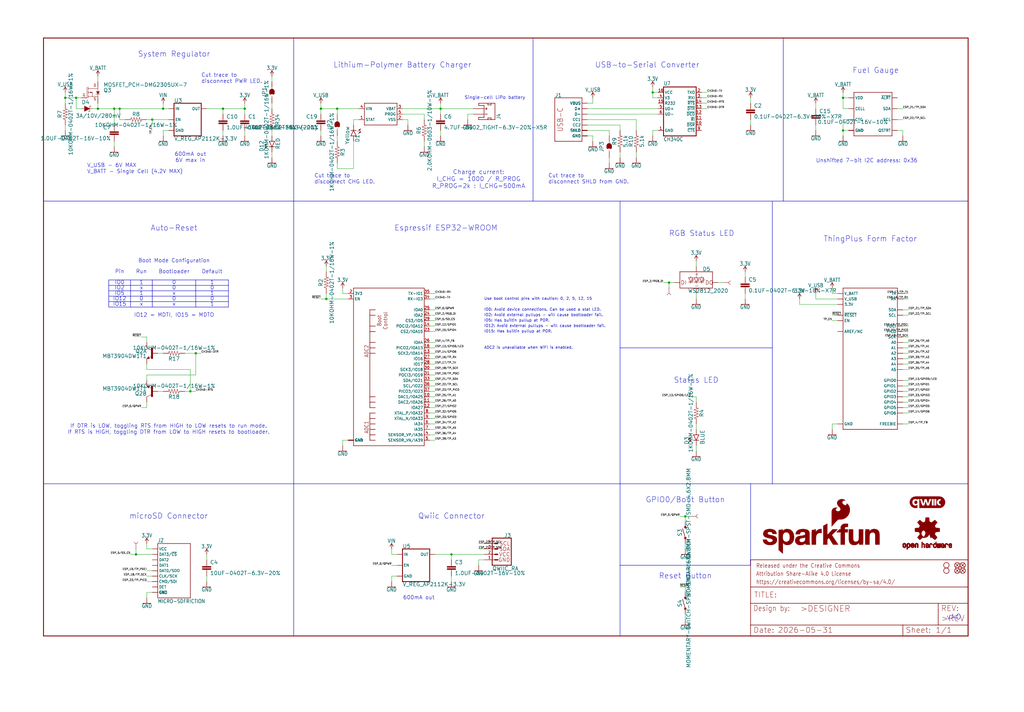
<source format=kicad_sch>
(kicad_sch (version 20230121) (generator eeschema)
  (paper "User" 478.231 332.664)
  (lib_symbols
    (symbol "working-eagle-import:0.1UF-0402T-16V-10%"
      (property "Reference" "C" (at 1.524 2.921 0))
      (symbol "0.1UF-0402T-16V-10%_1_0"
        (pin passive line (at 0 5.08 270) (length 2.54) (name "1") (number "1"))
        (pin passive line (at 0 -2.54 90) (length 2.54) (name "2") (number "2"))
      )
    )
    (symbol "working-eagle-import:0.1UF-0402T-6.3V-10%-X7R"
      (property "Reference" "C" (at 1.524 2.921 0))
      (symbol "0.1UF-0402T-6.3V-10%-X7R_1_0"
        (pin passive line (at 0 5.08 270) (length 2.54) (name "1") (number "1"))
        (pin passive line (at 0 -2.54 90) (length 2.54) (name "2") (number "2"))
      )
    )
    (symbol "working-eagle-import:1.0UF-0402T-16V-10%"
      (property "Reference" "C" (at 1.524 2.921 0))
      (symbol "1.0UF-0402T-16V-10%_1_0"
        (pin passive line (at 0 5.08 270) (length 2.54) (name "1") (number "1"))
        (pin passive line (at 0 -2.54 90) (length 2.54) (name "2") (number "2"))
      )
    )
    (symbol "working-eagle-import:10KOHM-0402T-1/16W-1%"
      (property "Reference" "R" (at 0 1.524 0))
      (symbol "10KOHM-0402T-1/16W-1%_1_0"
        (pin passive line (at -5.08 0 0) (length 2.54) (name "1") (number "1"))
        (pin passive line (at 5.08 0 180) (length 2.54) (name "2") (number "2"))
      )
    )
    (symbol "working-eagle-import:10UF-0402T-6.3V-20%"
      (property "Reference" "C" (at 1.524 2.921 0))
      (symbol "10UF-0402T-6.3V-20%_1_0"
        (pin passive line (at 0 5.08 270) (length 2.54) (name "1") (number "1"))
        (pin passive line (at 0 -2.54 90) (length 2.54) (name "2") (number "2"))
      )
    )
    (symbol "working-eagle-import:1KOHM-0402T-1/16W-1%"
      (property "Reference" "R" (at 0 1.524 0))
      (symbol "1KOHM-0402T-1/16W-1%_1_0"
        (pin passive line (at -5.08 0 0) (length 2.54) (name "1") (number "1"))
        (pin passive line (at 5.08 0 180) (length 2.54) (name "2") (number "2"))
      )
    )
    (symbol "working-eagle-import:2.0KOHM-0603-1/10W-5%"
      (property "Reference" "R" (at 0 1.524 0))
      (symbol "2.0KOHM-0603-1/10W-5%_1_0"
        (pin passive line (at -5.08 0 0) (length 2.54) (name "1") (number "1"))
        (pin passive line (at 5.08 0 180) (length 2.54) (name "2") (number "2"))
      )
    )
    (symbol "working-eagle-import:3.3V" (power)
      (property "Value" "3.3V" (at 0 2.794 0))
      (symbol "3.3V_1_0"
        (pin power_in line (at 0 0 90) (length 2.54) (name "3.3V") (number "1"))
      )
    )
    (symbol "working-eagle-import:4.7UF-0402_TIGHT-6.3V-20%-X5R"
      (property "Reference" "C" (at 1.524 2.921 0))
      (symbol "4.7UF-0402_TIGHT-6.3V-20%-X5R_1_0"
        (pin passive line (at 0 5.08 270) (length 2.54) (name "1") (number "1"))
        (pin passive line (at 0 -2.54 90) (length 2.54) (name "2") (number "2"))
      )
    )
    (symbol "working-eagle-import:4.7UF-0603-35V-(20%)"
      (property "Reference" "C" (at 1.524 2.921 0))
      (symbol "4.7UF-0603-35V-(20%)_1_0"
        (pin passive line (at 0 5.08 270) (length 2.54) (name "1") (number "1"))
        (pin passive line (at 0 -2.54 90) (length 2.54) (name "2") (number "2"))
      )
    )
    (symbol "working-eagle-import:5.1KOHM-0402T-1/16W-1%"
      (property "Reference" "R" (at 0 1.524 0))
      (symbol "5.1KOHM-0402T-1/16W-1%_1_0"
        (pin passive line (at -5.08 0 0) (length 2.54) (name "1") (number "1"))
        (pin passive line (at 5.08 0 180) (length 2.54) (name "2") (number "2"))
      )
    )
    (symbol "working-eagle-import:CH340C"
      (property "Reference" "U" (at -7.62 10.795 0))
      (symbol "CH340C_1_0"
        (pin bidirectional line (at -10.16 -10.16 0) (length 2.54) (name "GND") (number "1"))
        (pin bidirectional line (at 10.16 -7.62 180) (length 2.54) (name "~{DSR}") (number "10"))
        (pin bidirectional line (at 10.16 -5.08 180) (length 2.54) (name "~{RI}") (number "11"))
        (pin bidirectional line (at 10.16 -2.54 180) (length 2.54) (name "~{DCD}") (number "12"))
        (pin bidirectional line (at 10.16 0 180) (length 2.54) (name "~{DTR}") (number "13"))
        (pin bidirectional line (at 10.16 2.54 180) (length 2.54) (name "~{RTS}") (number "14"))
        (pin bidirectional line (at -10.16 2.54 0) (length 2.54) (name "R232") (number "15"))
        (pin bidirectional line (at -10.16 7.62 0) (length 2.54) (name "VCC") (number "16"))
        (pin bidirectional line (at 10.16 7.62 180) (length 2.54) (name "TXO") (number "2"))
        (pin bidirectional line (at 10.16 5.08 180) (length 2.54) (name "RXI") (number "3"))
        (pin bidirectional line (at -10.16 5.08 0) (length 2.54) (name "V3") (number "4"))
        (pin bidirectional line (at -10.16 0 0) (length 2.54) (name "UD+") (number "5"))
        (pin bidirectional line (at -10.16 -2.54 0) (length 2.54) (name "UD-") (number "6"))
        (pin bidirectional line (at 10.16 -10.16 180) (length 2.54) (name "~{CTS}") (number "9"))
      )
    )
    (symbol "working-eagle-import:DIODE-SCHOTTKY-BAT60A"
      (property "Reference" "D" (at -2.54 2.032 0))
      (symbol "DIODE-SCHOTTKY-BAT60A_1_0"
        (pin passive line (at -2.54 0 0) (length 0) (name "A") (number "A"))
        (pin passive line (at 2.54 0 180) (length 0) (name "C") (number "C"))
      )
    )
    (symbol "working-eagle-import:ESP-WROOM-3232D-NARROW"
      (symbol "ESP-WROOM-3232D-NARROW_1_0"
        (text "ADC1" (at -11.684 -26.924 900) (effects (font (size 1.778 1.5113))))
        (text "ADC2" (at -11.684 8.636 900) (effects (font (size 1.778 1.5113))))
        (text "Boot\nControl" (at -4.318 22.86 900) (effects (font (size 1.778 1.5113))))
        (pin bidirectional line (at -20.32 -33.02 0) (length 2.54) (name "GND") (number "1"))
        (pin bidirectional line (at 17.78 -12.7 180) (length 2.54) (name "DAC1/IOA25") (number "10"))
        (pin bidirectional line (at 17.78 -15.24 180) (length 2.54) (name "DAC2/IOA26") (number "11"))
        (pin bidirectional line (at 17.78 -17.78 180) (length 2.54) (name "IOA27") (number "12"))
        (pin bidirectional line (at 17.78 7.62 180) (length 2.54) (name "SCK2/IOA14") (number "13"))
        (pin bidirectional line (at 17.78 20.32 180) (length 2.54) (name "POCI2/IOA12") (number "14"))
        (pin bidirectional line (at -20.32 -33.02 0) (length 2.54) (name "GND") (number "15"))
        (pin bidirectional line (at 17.78 10.16 180) (length 2.54) (name "PICO2/IOA13") (number "16"))
        (pin bidirectional line (at -20.32 35.56 0) (length 2.54) (name "3V3") (number "2"))
        (pin bidirectional line (at 17.78 17.78 180) (length 2.54) (name "CS2/IOA15") (number "23"))
        (pin bidirectional line (at 17.78 25.4 180) (length 2.54) (name "IOA2") (number "24"))
        (pin bidirectional line (at 17.78 27.94 180) (length 2.54) (name "IOA0") (number "25"))
        (pin bidirectional line (at 17.78 12.7 180) (length 2.54) (name "IOA4") (number "26"))
        (pin bidirectional line (at 17.78 5.08 180) (length 2.54) (name "IO16") (number "27"))
        (pin bidirectional line (at 17.78 2.54 180) (length 2.54) (name "IO17") (number "28"))
        (pin bidirectional line (at 17.78 22.86 180) (length 2.54) (name "CS3/IO5") (number "29"))
        (pin bidirectional line (at -20.32 33.02 0) (length 2.54) (name "EN") (number "3"))
        (pin bidirectional line (at 17.78 0 180) (length 2.54) (name "SCK3/IO18") (number "30"))
        (pin bidirectional line (at 17.78 -2.54 180) (length 2.54) (name "POCI3/IO19") (number "31"))
        (pin bidirectional line (at 17.78 -5.08 180) (length 2.54) (name "SDA/IO21") (number "33"))
        (pin bidirectional line (at 17.78 33.02 180) (length 2.54) (name "RX-IO3") (number "34"))
        (pin bidirectional line (at 17.78 35.56 180) (length 2.54) (name "TX-IO1") (number "35"))
        (pin bidirectional line (at 17.78 -7.62 180) (length 2.54) (name "SCL/IO22") (number "36"))
        (pin bidirectional line (at 17.78 -10.16 180) (length 2.54) (name "PICO3/IO23") (number "37"))
        (pin bidirectional line (at -20.32 -33.02 0) (length 2.54) (name "GND") (number "38"))
        (pin bidirectional line (at 17.78 -30.48 180) (length 2.54) (name "SENSOR_VP/IA36") (number "4"))
        (pin bidirectional line (at 17.78 -33.02 180) (length 2.54) (name "SENSOR_VN/IA39") (number "5"))
        (pin bidirectional line (at 17.78 -25.4 180) (length 2.54) (name "IA34") (number "6"))
        (pin bidirectional line (at 17.78 -27.94 180) (length 2.54) (name "IA35") (number "7"))
        (pin bidirectional line (at 17.78 -20.32 180) (length 2.54) (name "XTAL_P/IOA32") (number "8"))
        (pin bidirectional line (at 17.78 -22.86 180) (length 2.54) (name "XTAL_N/IOA33") (number "9"))
        (pin bidirectional line (at -20.32 -33.02 0) (length 2.54) (name "GND") (number "GND1"))
        (pin bidirectional line (at -20.32 -33.02 0) (length 2.54) (name "GND") (number "GNDT1"))
        (pin bidirectional line (at -20.32 -33.02 0) (length 2.54) (name "GND") (number "GNDT2"))
        (pin bidirectional line (at -20.32 -33.02 0) (length 2.54) (name "GND") (number "GNDT3"))
        (pin bidirectional line (at -20.32 -33.02 0) (length 2.54) (name "GND") (number "GNDT4"))
        (pin bidirectional line (at -20.32 -33.02 0) (length 2.54) (name "GND") (number "GNDT5"))
        (pin bidirectional line (at -20.32 -33.02 0) (length 2.54) (name "GND") (number "GNDT6"))
        (pin bidirectional line (at -20.32 -33.02 0) (length 2.54) (name "GND") (number "GNDT7"))
        (pin bidirectional line (at -20.32 -33.02 0) (length 2.54) (name "GND") (number "GNDT8"))
      )
    )
    (symbol "working-eagle-import:FIDUCIALUFIDUCIAL")
    (symbol "working-eagle-import:FRAME-LEDGER"
      (symbol "FRAME-LEDGER_2_0"
        (text "${#}/${##}" (at 86.36 1.27 0) (effects (font (size 2.54 2.54)) (justify left bottom)))
        (text "${CURRENT_DATE}" (at 12.7 1.27 0) (effects (font (size 2.54 2.54)) (justify left bottom)))
        (text "${PROJECTNAME}" (at 15.494 17.78 0) (effects (font (size 2.7432 2.7432)) (justify left bottom)))
        (text ">DESIGNER" (at 23.114 11.176 0) (effects (font (size 2.7432 2.7432)) (justify left bottom)))
        (text ">REV" (at 88.9 6.604 0) (effects (font (size 2.7432 2.7432)) (justify left bottom)))
        (text "Attribution Share-Alike 4.0 License" (at 2.54 27.94 0) (effects (font (size 1.9304 1.6408)) (justify left bottom)))
        (text "Date:" (at 1.27 1.27 0) (effects (font (size 2.54 2.54)) (justify left bottom)))
        (text "Design by:" (at 1.27 11.43 0) (effects (font (size 2.54 2.159)) (justify left bottom)))
        (text "https://creativecommons.org/licenses/by-sa/4.0/" (at 2.54 24.13 0) (effects (font (size 1.9304 1.6408)) (justify left bottom)))
        (text "Released under the Creative Commons" (at 2.54 31.75 0) (effects (font (size 1.9304 1.6408)) (justify left bottom)))
        (text "REV:" (at 88.9 11.43 0) (effects (font (size 2.54 2.54)) (justify left bottom)))
        (text "Sheet:" (at 72.39 1.27 0) (effects (font (size 2.54 2.54)) (justify left bottom)))
        (text "TITLE:" (at 1.524 17.78 0) (effects (font (size 2.54 2.54)) (justify left bottom)))
      )
    )
    (symbol "working-eagle-import:GND" (power)
      (property "Value" "GND" (at 0 -0.254 0))
      (symbol "GND_1_0"
        (pin power_in line (at 0 2.54 270) (length 2.54) (name "GND") (number "1"))
      )
    )
    (symbol "working-eagle-import:JST_2MM_MALE"
      (property "Reference" "J" (at -2.54 5.842 0))
      (symbol "JST_2MM_MALE_1_0"
        (pin bidirectional line (at 0 -5.08 90) (length 5.08) (name "-") (number "1"))
        (pin bidirectional line (at 2.54 -5.08 90) (length 5.08) (name "+") (number "2"))
        (pin bidirectional line (at -2.54 2.54 90) (length 0) (name "PAD1") (number "NC1"))
        (pin bidirectional line (at 5.08 2.54 90) (length 0) (name "PAD2") (number "NC2"))
      )
    )
    (symbol "working-eagle-import:JUMPER-SMT_2_NC_TRACE_SILK"
      (property "Reference" "JP" (at 0 3.048 0))
      (symbol "JUMPER-SMT_2_NC_TRACE_SILK_1_0"
        (pin passive line (at -5.08 0 0) (length 2.54) (name "1") (number "1"))
        (pin passive line (at 5.08 0 180) (length 2.54) (name "2") (number "2"))
      )
    )
    (symbol "working-eagle-import:LED-BLUE0603"
      (property "Reference" "D" (at -3.429 -4.572 90))
      (symbol "LED-BLUE0603_1_0"
        (pin passive line (at 0 2.54 270) (length 2.54) (name "A") (number "A"))
        (pin passive line (at 0 -5.08 90) (length 2.54) (name "C") (number "C"))
      )
    )
    (symbol "working-eagle-import:LED-RED0603"
      (property "Reference" "D" (at -3.429 -4.572 90))
      (symbol "LED-RED0603_1_0"
        (pin passive line (at 0 2.54 270) (length 2.54) (name "A") (number "A"))
        (pin passive line (at 0 -5.08 90) (length 2.54) (name "C") (number "C"))
      )
    )
    (symbol "working-eagle-import:LED-YELLOW0603"
      (property "Reference" "D" (at -3.429 -4.572 90))
      (symbol "LED-YELLOW0603_1_0"
        (pin passive line (at 0 2.54 270) (length 2.54) (name "A") (number "A"))
        (pin passive line (at 0 -5.08 90) (length 2.54) (name "C") (number "C"))
      )
    )
    (symbol "working-eagle-import:MAX17048DFN8"
      (symbol "MAX17048DFN8_1_0"
        (pin input line (at -12.7 -2.54 0) (length 2.54) (name "CTG") (number "1"))
        (pin input line (at -12.7 2.54 0) (length 2.54) (name "CELL") (number "2"))
        (pin bidirectional line (at -12.7 7.62 0) (length 2.54) (name "VDD") (number "3"))
        (pin bidirectional line (at -12.7 -7.62 0) (length 2.54) (name "GND") (number "4"))
        (pin bidirectional line (at 10.16 7.62 180) (length 2.54) (name "~{ALRT}") (number "5"))
        (pin bidirectional line (at 10.16 -7.62 180) (length 2.54) (name "QSTRT") (number "6"))
        (pin output line (at 10.16 -2.54 180) (length 2.54) (name "SCL") (number "7"))
        (pin input line (at 10.16 2.54 180) (length 2.54) (name "SDA") (number "8"))
        (pin bidirectional line (at -12.7 -7.62 0) (length 2.54) (name "GND") (number "9"))
      )
    )
    (symbol "working-eagle-import:MCP73831"
      (symbol "MCP73831_1_0"
        (pin output line (at -10.16 -2.54 0) (length 2.54) (name "STAT") (number "1"))
        (pin power_in line (at 10.16 -2.54 180) (length 2.54) (name "VSS") (number "2"))
        (pin power_in line (at 10.16 2.54 180) (length 2.54) (name "VBAT") (number "3"))
        (pin power_in line (at -10.16 2.54 0) (length 2.54) (name "VIN") (number "4"))
        (pin input line (at 10.16 0 180) (length 2.54) (name "PROG") (number "5"))
      )
    )
    (symbol "working-eagle-import:MICRO-SDFRICTION"
      (property "Reference" "J" (at -5.08 13.208 0))
      (symbol "MICRO-SDFRICTION_1_0"
        (pin bidirectional line (at -7.62 5.08 0) (length 2.54) (name "DAT2") (number "1"))
        (pin bidirectional line (at -7.62 7.62 0) (length 2.54) (name "DAT3/~{CS}") (number "2"))
        (pin bidirectional line (at -7.62 -5.08 0) (length 2.54) (name "CMD/SDI") (number "3"))
        (pin bidirectional line (at -7.62 10.16 0) (length 2.54) (name "VCC") (number "4"))
        (pin bidirectional line (at -7.62 -2.54 0) (length 2.54) (name "CLK/SCK") (number "5"))
        (pin bidirectional line (at -7.62 -10.16 0) (length 2.54) (name "GND") (number "6"))
        (pin bidirectional line (at -7.62 0 0) (length 2.54) (name "DAT0/SDO") (number "7"))
        (pin bidirectional line (at -7.62 2.54 0) (length 2.54) (name "DAT1") (number "8"))
        (pin bidirectional line (at -7.62 -7.62 0) (length 2.54) (name "DET") (number "9"))
        (pin bidirectional line (at -7.62 -10.16 0) (length 2.54) (name "GND") (number "GND1"))
        (pin bidirectional line (at -7.62 -10.16 0) (length 2.54) (name "GND") (number "GND2"))
        (pin bidirectional line (at -7.62 -10.16 0) (length 2.54) (name "GND") (number "GND3"))
        (pin bidirectional line (at -7.62 -10.16 0) (length 2.54) (name "GND") (number "GND4"))
        (pin bidirectional line (at -7.62 -10.16 0) (length 2.54) (name "GND") (number "GND5"))
        (pin bidirectional line (at -7.62 -10.16 0) (length 2.54) (name "GND") (number "GND6"))
      )
    )
    (symbol "working-eagle-import:MOMENTARY-SWITCH-SPST-SMD-4.6X2.8MM"
      (property "Reference" "S" (at 0 1.524 0))
      (symbol "MOMENTARY-SWITCH-SPST-SMD-4.6X2.8MM_1_0"
        (pin passive line (at -5.08 0 0) (length 2.54) (name "1") (number "1"))
        (pin passive line (at -5.08 0 0) (length 2.54) (name "1") (number "2"))
        (pin passive line (at 5.08 0 180) (length 2.54) (name "2") (number "3"))
        (pin passive line (at 5.08 0 180) (length 2.54) (name "2") (number "4"))
      )
    )
    (symbol "working-eagle-import:MOSFET_PCH-DMG2305UX-7"
      (property "Reference" "Q" (at 5.08 0 0))
      (symbol "MOSFET_PCH-DMG2305UX-7_1_0"
        (text "D" (at 0.508 2.54 0) (effects (font (size 1.27 1.0795)) (justify left bottom)))
        (text "G" (at -3.302 -0.508 0) (effects (font (size 1.27 1.0795)) (justify right top)))
        (text "S" (at 0.508 -3.81 0) (effects (font (size 1.27 1.0795)) (justify left bottom)))
        (pin bidirectional line (at -5.08 -2.54 0) (length 2.54) (name "G") (number "1"))
        (pin bidirectional line (at 2.54 -5.08 90) (length 2.54) (name "S") (number "2"))
        (pin bidirectional line (at 2.54 5.08 270) (length 2.54) (name "D") (number "3"))
      )
    )
    (symbol "working-eagle-import:OSHW-LOGOMINI")
    (symbol "working-eagle-import:QWIIC_CONNECTORJS-1MM"
      (property "Reference" "J" (at -5.08 7.874 0))
      (symbol "QWIIC_CONNECTORJS-1MM_1_0"
        (text "GND" (at -4.572 -2.54 0) (effects (font (size 1.778 1.778)) (justify left)))
        (text "SCL" (at -4.572 5.08 0) (effects (font (size 1.778 1.778)) (justify left)))
        (text "SDA" (at -4.572 2.54 0) (effects (font (size 1.778 1.778)) (justify left)))
        (text "VCC" (at -4.572 0 0) (effects (font (size 1.778 1.778)) (justify left)))
        (pin power_in line (at 7.62 -2.54 180) (length 5.08) (name "1") (number "1"))
        (pin power_in line (at 7.62 0 180) (length 5.08) (name "2") (number "2"))
        (pin passive line (at 7.62 2.54 180) (length 5.08) (name "3") (number "3"))
        (pin passive line (at 7.62 5.08 180) (length 5.08) (name "4") (number "4"))
      )
    )
    (symbol "working-eagle-import:QWIIC_LOGO_4MM")
    (symbol "working-eagle-import:SFE_LOGO_NAME_FLAME.1_INCH")
    (symbol "working-eagle-import:STAND-OFFTIGHT")
    (symbol "working-eagle-import:TEST-POINT3X5"
      (symbol "TEST-POINT3X5_1_0"
        (pin bidirectional line (at 0 0 180) (length 0) (name "1") (number "1"))
      )
    )
    (symbol "working-eagle-import:THING_PLUS_LOGICAL"
      (symbol "THING_PLUS_LOGICAL_1_0"
        (pin bidirectional line (at 15.24 22.86 180) (length 2.54) (name "SDA") (number "1"))
        (pin bidirectional line (at -15.24 27.94 0) (length 2.54) (name "V_USB") (number "10"))
        (pin bidirectional line (at -15.24 17.78 0) (length 2.54) (name "EN") (number "11"))
        (pin bidirectional line (at -15.24 30.48 0) (length 2.54) (name "V_BATT") (number "12"))
        (pin bidirectional line (at 15.24 -30.48 180) (length 2.54) (name "FREEBIE") (number "13"))
        (pin bidirectional line (at 15.24 30.48 180) (length 2.54) (name "TX") (number "14"))
        (pin bidirectional line (at 15.24 27.94 180) (length 2.54) (name "RX") (number "15"))
        (pin bidirectional line (at 15.24 15.24 180) (length 2.54) (name "POCI") (number "16"))
        (pin bidirectional line (at 15.24 12.7 180) (length 2.54) (name "PICO") (number "17"))
        (pin bidirectional line (at 15.24 10.16 180) (length 2.54) (name "SCK") (number "18"))
        (pin bidirectional line (at 15.24 -5.08 180) (length 2.54) (name "A5") (number "19"))
        (pin bidirectional line (at 15.24 20.32 180) (length 2.54) (name "SCL") (number "2"))
        (pin bidirectional line (at 15.24 -2.54 180) (length 2.54) (name "A4") (number "20"))
        (pin bidirectional line (at 15.24 0 180) (length 2.54) (name "A3") (number "21"))
        (pin bidirectional line (at 15.24 2.54 180) (length 2.54) (name "A2") (number "22"))
        (pin bidirectional line (at 15.24 5.08 180) (length 2.54) (name "A1") (number "23"))
        (pin bidirectional line (at 15.24 7.62 180) (length 2.54) (name "A0") (number "24"))
        (pin bidirectional line (at -15.24 -30.48 0) (length 2.54) (name "GND") (number "25"))
        (pin bidirectional line (at -15.24 12.7 0) (length 2.54) (name "AREF/NC") (number "26"))
        (pin bidirectional line (at -15.24 25.4 0) (length 2.54) (name "3.3V") (number "27"))
        (pin bidirectional line (at -15.24 20.32 0) (length 2.54) (name "~{RESET}") (number "28"))
        (pin bidirectional line (at 15.24 -25.4 180) (length 2.54) (name "GPIO6") (number "3"))
        (pin bidirectional line (at 15.24 -22.86 180) (length 2.54) (name "GPIO5") (number "4"))
        (pin bidirectional line (at 15.24 -20.32 180) (length 2.54) (name "GPIO4") (number "5"))
        (pin bidirectional line (at 15.24 -17.78 180) (length 2.54) (name "GPIO3") (number "6"))
        (pin bidirectional line (at 15.24 -15.24 180) (length 2.54) (name "GPIO2") (number "7"))
        (pin bidirectional line (at 15.24 -12.7 180) (length 2.54) (name "GPIO1") (number "8"))
        (pin bidirectional line (at 15.24 -10.16 180) (length 2.54) (name "GPIO0") (number "9"))
      )
    )
    (symbol "working-eagle-import:TRANS_NPN_DUAL-MBT3904DW1T1"
      (property "Reference" "Q" (at 2.54 0 0))
      (symbol "TRANS_NPN_DUAL-MBT3904DW1T1_1_0"
        (pin passive line (at 2.54 5.08 270) (length 2.54) (name "C") (number "3"))
        (pin passive line (at 2.54 -5.08 90) (length 2.54) (name "E") (number "4"))
        (pin passive line (at -2.54 0 0) (length 2.54) (name "B") (number "5"))
      )
      (symbol "TRANS_NPN_DUAL-MBT3904DW1T1_2_0"
        (pin passive line (at 2.54 -5.08 90) (length 2.54) (name "E") (number "1"))
        (pin passive line (at -2.54 0 0) (length 2.54) (name "B") (number "2"))
        (pin passive line (at 2.54 5.08 270) (length 2.54) (name "C") (number "6"))
      )
    )
    (symbol "working-eagle-import:USB_C_2-LAYER_PADS"
      (property "Reference" "J" (at -2.54 10.414 0))
      (symbol "USB_C_2-LAYER_PADS_1_0"
        (text "USB-C" (at 0 0 900) (effects (font (size 2.54 2.159))))
        (pin bidirectional line (at 12.7 0 180) (length 2.54) (name "CC1") (number "A5"))
        (pin bidirectional line (at 12.7 5.08 180) (length 2.54) (name "D+") (number "A6"))
        (pin bidirectional line (at 12.7 2.54 180) (length 2.54) (name "D-") (number "A7"))
        (pin bidirectional line (at 12.7 -2.54 180) (length 2.54) (name "CC2") (number "B5"))
        (pin bidirectional line (at 12.7 5.08 180) (length 2.54) (name "D+") (number "B6"))
        (pin bidirectional line (at 12.7 2.54 180) (length 2.54) (name "D-") (number "B7"))
        (pin bidirectional line (at 12.7 -7.62 180) (length 2.54) (name "GND") (number "GND"))
        (pin bidirectional line (at 12.7 -7.62 180) (length 2.54) (name "GND") (number "GND2"))
        (pin bidirectional line (at 12.7 -5.08 180) (length 2.54) (name "SHLD") (number "SHLD1"))
        (pin bidirectional line (at 12.7 -5.08 180) (length 2.54) (name "SHLD") (number "SHLD2"))
        (pin bidirectional line (at 12.7 -5.08 180) (length 2.54) (name "SHLD") (number "SHLD3"))
        (pin bidirectional line (at 12.7 -5.08 180) (length 2.54) (name "SHLD") (number "SHLD4"))
        (pin bidirectional line (at 12.7 7.62 180) (length 2.54) (name "VBUS") (number "VBUS1"))
        (pin bidirectional line (at 12.7 7.62 180) (length 2.54) (name "VBUS") (number "VBUS2"))
      )
    )
    (symbol "working-eagle-import:VIN" (power)
      (property "Value" "VIN" (at 0 2.794 0))
      (symbol "VIN_1_0"
        (pin power_in line (at 0 0 90) (length 2.54) (name "VIN") (number "1"))
      )
    )
    (symbol "working-eagle-import:V_BATT" (power)
      (property "Value" "V_BATT" (at 0 2.794 0))
      (symbol "V_BATT_1_0"
        (pin power_in line (at 0 0 90) (length 2.54) (name "V_BATT") (number "1"))
      )
    )
    (symbol "working-eagle-import:V_REG_AP2112K-3.3V"
      (property "Reference" "U" (at -7.62 7.874 0))
      (symbol "V_REG_AP2112K-3.3V_1_0"
        (pin input line (at -10.16 5.08 0) (length 2.54) (name "IN") (number "1"))
        (pin input line (at -10.16 -5.08 0) (length 2.54) (name "GND") (number "2"))
        (pin input line (at -10.16 0 0) (length 2.54) (name "EN") (number "3"))
        (pin passive line (at 7.62 5.08 180) (length 2.54) (name "OUT") (number "5"))
      )
    )
    (symbol "working-eagle-import:V_USB" (power)
      (property "Value" "V_USB" (at 0 2.794 0))
      (symbol "V_USB_1_0"
        (pin power_in line (at 0 0 90) (length 2.54) (name "V_USB") (number "1"))
      )
    )
    (symbol "working-eagle-import:WS2812_2020"
      (property "Reference" "D" (at 4.826 5.334 0))
      (symbol "WS2812_2020_1_0"
        (text "+" (at 0.254 4.064 0) (effects (font (size 1.778 1.778))))
        (text "-" (at 0.254 -1.524 0) (effects (font (size 1.778 1.778))))
        (text "DI" (at -5.842 0 0) (effects (font (size 1.778 1.778))))
        (text "DO" (at 6.096 0 0) (effects (font (size 1.778 1.778))))
        (pin bidirectional line (at -10.16 0 0) (length 2.54) (name "DI") (number "DI"))
        (pin bidirectional line (at 10.16 0 180) (length 2.54) (name "DO") (number "DO"))
        (pin bidirectional line (at 0 -5.08 90) (length 2.54) (name "GND") (number "GND"))
        (pin bidirectional line (at 0 7.62 270) (length 2.54) (name "VCC") (number "VCC"))
      )
    )
  )
  (junction (at 63.5 259.08))
  (junction (at 53.34 50.8))
  (junction (at 91.44 165.1))
  (junction (at 71.12 55.88))
  (junction (at 149.86 50.8))
  (junction (at 88.9 182.88))
  (junction (at 55.88 50.8))
  (junction (at 35.56 45.72))
  (junction (at 152.4 139.7))
  (junction (at 210.82 259.08))
  (junction (at 312.42 132.08))
  (junction (at 393.7 60.96))
  (junction (at 30.48 45.72))
  (junction (at 393.7 45.72))
  (junction (at 114.3 50.8))
  (junction (at 205.74 50.8))
  (junction (at 104.14 50.8))
  (junction (at 45.72 50.8))
  (junction (at 76.2 50.8))
  (junction (at 320.04 241.3))
  (junction (at 157.48 50.8))
  (junction (at 304.8 43.18))
  (wire (pts (xy 71.12 266.7) (xy 68.58 266.7)) (stroke (width 0.1524)))
  (wire (pts (xy 200.66 193.04) (xy 203.2 193.04)) (stroke (width 0.1524)))
  (polyline (pts (xy 248.92 17.78) (xy 248.92 93.98)) (stroke (width 0.2032) (type solid)))
  (wire (pts (xy 421.64 177.8) (xy 424.18 177.8)) (stroke (width 0.1524)))
  (wire (pts (xy 165.1 55.88) (xy 167.64 55.88)) (stroke (width 0.1524)))
  (wire (pts (xy 35.56 45.72) (xy 30.48 45.72)) (stroke (width 0.1524)))
  (polyline (pts (xy 60.96 130.81) (xy 60.96 143.51)) (stroke (width 0.2032) (type solid)))
  (wire (pts (xy 205.74 48.26) (xy 205.74 50.8)) (stroke (width 0.1524)))
  (wire (pts (xy 325.12 200.66) (xy 325.12 198.12)) (stroke (width 0.1524)))
  (wire (pts (xy 200.66 185.42) (xy 203.2 185.42)) (stroke (width 0.1524)))
  (wire (pts (xy 127 35.56) (xy 127 38.1)) (stroke (width 0.1524)))
  (wire (pts (xy 149.86 50.8) (xy 149.86 53.34)) (stroke (width 0.1524)))
  (wire (pts (xy 421.64 137.16) (xy 424.18 137.16)) (stroke (width 0.1524)))
  (wire (pts (xy 200.66 200.66) (xy 203.2 200.66)) (stroke (width 0.1524)))
  (wire (pts (xy 274.32 58.42) (xy 289.56 58.42)) (stroke (width 0.1524)))
  (wire (pts (xy 38.1 45.72) (xy 35.56 45.72)) (stroke (width 0.1524)))
  (wire (pts (xy 393.7 55.88) (xy 393.7 60.96)) (stroke (width 0.1524)))
  (wire (pts (xy 421.64 152.4) (xy 424.18 152.4)) (stroke (width 0.1524)))
  (polyline (pts (xy 50.8 133.35) (xy 50.8 130.81)) (stroke (width 0.2032) (type solid)))
  (polyline (pts (xy 365.76 17.78) (xy 365.76 93.98)) (stroke (width 0.2032) (type solid)))
  (wire (pts (xy 381 139.7) (xy 391.16 139.7)) (stroke (width 0.1524)))
  (wire (pts (xy 276.86 48.26) (xy 276.86 45.72)) (stroke (width 0.1524)))
  (wire (pts (xy 88.9 182.88) (xy 88.9 172.72)) (stroke (width 0.1524)))
  (wire (pts (xy 68.58 190.5) (xy 66.04 190.5)) (stroke (width 0.1524)))
  (wire (pts (xy 71.12 55.88) (xy 78.74 55.88)) (stroke (width 0.1524)))
  (wire (pts (xy 421.64 198.12) (xy 424.18 198.12)) (stroke (width 0.1524)))
  (wire (pts (xy 88.9 172.72) (xy 68.58 172.72)) (stroke (width 0.1524)))
  (wire (pts (xy 396.24 60.96) (xy 393.7 60.96)) (stroke (width 0.1524)))
  (wire (pts (xy 68.58 160.02) (xy 68.58 157.48)) (stroke (width 0.1524)))
  (polyline (pts (xy 91.44 143.51) (xy 71.12 143.51)) (stroke (width 0.2032) (type solid)))
  (wire (pts (xy 127 48.26) (xy 127 50.8)) (stroke (width 0.1524)))
  (wire (pts (xy 304.8 45.72) (xy 304.8 43.18)) (stroke (width 0.1524)))
  (wire (pts (xy 68.58 55.88) (xy 71.12 55.88)) (stroke (width 0.1524)))
  (wire (pts (xy 325.12 124.46) (xy 325.12 121.92)) (stroke (width 0.1524)))
  (wire (pts (xy 312.42 132.08) (xy 309.88 132.08)) (stroke (width 0.1524)))
  (wire (pts (xy 55.88 55.88) (xy 55.88 50.8)) (stroke (width 0.1524)))
  (wire (pts (xy 218.44 53.34) (xy 220.98 53.34)) (stroke (width 0.1524)))
  (wire (pts (xy 165.1 58.42) (xy 165.1 55.88)) (stroke (width 0.1524)))
  (polyline (pts (xy 289.56 162.56) (xy 289.56 93.98)) (stroke (width 0.2032) (type solid)))
  (wire (pts (xy 96.52 50.8) (xy 104.14 50.8)) (stroke (width 0.1524)))
  (wire (pts (xy 327.66 50.8) (xy 330.2 50.8)) (stroke (width 0.1524)))
  (wire (pts (xy 393.7 60.96) (xy 393.7 63.5)) (stroke (width 0.1524)))
  (wire (pts (xy 96.52 269.24) (xy 96.52 271.78)) (stroke (width 0.1524)))
  (wire (pts (xy 419.1 55.88) (xy 421.64 55.88)) (stroke (width 0.1524)))
  (wire (pts (xy 53.34 50.8) (xy 53.34 58.42)) (stroke (width 0.1524)))
  (wire (pts (xy 289.56 58.42) (xy 289.56 60.96)) (stroke (width 0.1524)))
  (polyline (pts (xy 50.8 130.81) (xy 60.96 130.81)) (stroke (width 0.2032) (type solid)))
  (wire (pts (xy 421.64 185.42) (xy 424.18 185.42)) (stroke (width 0.1524)))
  (wire (pts (xy 284.48 60.96) (xy 274.32 60.96)) (stroke (width 0.1524)))
  (wire (pts (xy 71.12 55.88) (xy 71.12 58.42)) (stroke (width 0.1524)))
  (wire (pts (xy 198.12 53.34) (xy 198.12 55.88)) (stroke (width 0.1524)))
  (wire (pts (xy 200.66 139.7) (xy 203.2 139.7)) (stroke (width 0.1524)))
  (polyline (pts (xy 289.56 226.06) (xy 289.56 162.56)) (stroke (width 0.2032) (type solid)))
  (wire (pts (xy 203.2 259.08) (xy 210.82 259.08)) (stroke (width 0.1524)))
  (wire (pts (xy 276.86 63.5) (xy 274.32 63.5)) (stroke (width 0.1524)))
  (wire (pts (xy 43.18 50.8) (xy 45.72 50.8)) (stroke (width 0.1524)))
  (wire (pts (xy 327.66 43.18) (xy 330.2 43.18)) (stroke (width 0.1524)))
  (wire (pts (xy 78.74 60.96) (xy 76.2 60.96)) (stroke (width 0.1524)))
  (wire (pts (xy 393.7 45.72) (xy 393.7 43.18)) (stroke (width 0.1524)))
  (wire (pts (xy 200.66 187.96) (xy 203.2 187.96)) (stroke (width 0.1524)))
  (wire (pts (xy 160.02 137.16) (xy 162.56 137.16)) (stroke (width 0.1524)))
  (wire (pts (xy 96.52 259.08) (xy 96.52 261.62)) (stroke (width 0.1524)))
  (polyline (pts (xy 360.68 162.56) (xy 360.68 93.98)) (stroke (width 0.2032) (type solid)))
  (wire (pts (xy 350.52 45.72) (xy 350.52 48.26)) (stroke (width 0.1524)))
  (wire (pts (xy 419.1 60.96) (xy 421.64 60.96)) (stroke (width 0.1524)))
  (wire (pts (xy 421.64 160.02) (xy 424.18 160.02)) (stroke (width 0.1524)))
  (wire (pts (xy 421.64 187.96) (xy 424.18 187.96)) (stroke (width 0.1524)))
  (wire (pts (xy 55.88 50.8) (xy 53.34 50.8)) (stroke (width 0.1524)))
  (wire (pts (xy 104.14 63.5) (xy 104.14 60.96)) (stroke (width 0.1524)))
  (wire (pts (xy 289.56 73.66) (xy 289.56 71.12)) (stroke (width 0.1524)))
  (wire (pts (xy 76.2 182.88) (xy 73.66 182.88)) (stroke (width 0.1524)))
  (wire (pts (xy 160.02 134.62) (xy 160.02 137.16)) (stroke (width 0.1524)))
  (wire (pts (xy 63.5 256.54) (xy 63.5 259.08)) (stroke (width 0.1524)))
  (wire (pts (xy 200.66 147.32) (xy 203.2 147.32)) (stroke (width 0.1524)))
  (polyline (pts (xy 50.8 138.43) (xy 106.68 138.43)) (stroke (width 0.2032) (type solid)))
  (wire (pts (xy 30.48 48.26) (xy 30.48 45.72)) (stroke (width 0.1524)))
  (wire (pts (xy 205.74 63.5) (xy 205.74 60.96)) (stroke (width 0.1524)))
  (wire (pts (xy 220.98 50.8) (xy 205.74 50.8)) (stroke (width 0.1524)))
  (polyline (pts (xy 137.16 93.98) (xy 248.92 93.98)) (stroke (width 0.2032) (type solid)))
  (polyline (pts (xy 350.52 264.16) (xy 350.52 226.06)) (stroke (width 0.2032) (type solid)))
  (wire (pts (xy 276.86 48.26) (xy 274.32 48.26)) (stroke (width 0.1524)))
  (wire (pts (xy 419.1 50.8) (xy 421.64 50.8)) (stroke (width 0.1524)))
  (wire (pts (xy 185.42 269.24) (xy 182.88 269.24)) (stroke (width 0.1524)))
  (wire (pts (xy 68.58 175.26) (xy 91.44 175.26)) (stroke (width 0.1524)))
  (wire (pts (xy 320.04 274.32) (xy 317.5 274.32)) (stroke (width 0.1524)))
  (wire (pts (xy 320.04 276.86) (xy 320.04 274.32)) (stroke (width 0.1524)))
  (wire (pts (xy 88.9 182.88) (xy 91.44 182.88)) (stroke (width 0.1524)))
  (wire (pts (xy 393.7 50.8) (xy 393.7 45.72)) (stroke (width 0.1524)))
  (wire (pts (xy 200.66 154.94) (xy 203.2 154.94)) (stroke (width 0.1524)))
  (wire (pts (xy 421.64 190.5) (xy 424.18 190.5)) (stroke (width 0.1524)))
  (polyline (pts (xy 360.68 93.98) (xy 365.76 93.98)) (stroke (width 0.2032) (type solid)))
  (wire (pts (xy 152.4 124.46) (xy 152.4 127)) (stroke (width 0.1524)))
  (polyline (pts (xy 50.8 140.97) (xy 106.68 140.97)) (stroke (width 0.2032) (type solid)))
  (wire (pts (xy 152.4 139.7) (xy 152.4 137.16)) (stroke (width 0.1524)))
  (wire (pts (xy 297.18 73.66) (xy 297.18 71.12)) (stroke (width 0.1524)))
  (polyline (pts (xy 60.96 130.81) (xy 71.12 130.81)) (stroke (width 0.2032) (type solid)))
  (wire (pts (xy 182.88 264.16) (xy 185.42 264.16)) (stroke (width 0.1524)))
  (polyline (pts (xy 60.96 143.51) (xy 50.8 143.51)) (stroke (width 0.2032) (type solid)))
  (wire (pts (xy 76.2 165.1) (xy 73.66 165.1)) (stroke (width 0.1524)))
  (wire (pts (xy 327.66 48.26) (xy 330.2 48.26)) (stroke (width 0.1524)))
  (polyline (pts (xy 289.56 226.06) (xy 289.56 264.16)) (stroke (width 0.2032) (type solid)))
  (wire (pts (xy 304.8 60.96) (xy 307.34 60.96)) (stroke (width 0.1524)))
  (wire (pts (xy 320.04 241.3) (xy 322.58 241.3)) (stroke (width 0.1524)))
  (polyline (pts (xy 20.32 93.98) (xy 137.16 93.98)) (stroke (width 0.2032) (type solid)))
  (polyline (pts (xy 71.12 130.81) (xy 71.12 143.51)) (stroke (width 0.2032) (type solid)))
  (wire (pts (xy 152.4 139.7) (xy 149.86 139.7)) (stroke (width 0.1524)))
  (polyline (pts (xy 106.68 130.81) (xy 106.68 133.35)) (stroke (width 0.2032) (type solid)))
  (wire (pts (xy 68.58 190.5) (xy 68.58 187.96)) (stroke (width 0.1524)))
  (wire (pts (xy 325.12 210.82) (xy 325.12 208.28)) (stroke (width 0.1524)))
  (wire (pts (xy 200.66 162.56) (xy 203.2 162.56)) (stroke (width 0.1524)))
  (wire (pts (xy 200.66 190.5) (xy 203.2 190.5)) (stroke (width 0.1524)))
  (wire (pts (xy 200.66 205.74) (xy 203.2 205.74)) (stroke (width 0.1524)))
  (wire (pts (xy 388.62 137.16) (xy 391.16 137.16)) (stroke (width 0.1524)))
  (wire (pts (xy 421.64 167.64) (xy 424.18 167.64)) (stroke (width 0.1524)))
  (wire (pts (xy 381 58.42) (xy 381 60.96)) (stroke (width 0.1524)))
  (wire (pts (xy 276.86 63.5) (xy 276.86 66.04)) (stroke (width 0.1524)))
  (wire (pts (xy 76.2 50.8) (xy 76.2 48.26)) (stroke (width 0.1524)))
  (wire (pts (xy 149.86 50.8) (xy 149.86 48.26)) (stroke (width 0.1524)))
  (wire (pts (xy 304.8 43.18) (xy 304.8 40.64)) (stroke (width 0.1524)))
  (wire (pts (xy 35.56 45.72) (xy 35.56 50.8)) (stroke (width 0.1524)))
  (wire (pts (xy 421.64 170.18) (xy 424.18 170.18)) (stroke (width 0.1524)))
  (polyline (pts (xy 50.8 135.89) (xy 106.68 135.89)) (stroke (width 0.2032) (type solid)))
  (wire (pts (xy 396.24 50.8) (xy 393.7 50.8)) (stroke (width 0.1524)))
  (polyline (pts (xy 137.16 17.78) (xy 137.16 93.98)) (stroke (width 0.2032) (type solid)))
  (wire (pts (xy 421.64 60.96) (xy 421.64 63.5)) (stroke (width 0.1524)))
  (wire (pts (xy 198.12 66.04) (xy 198.12 68.58)) (stroke (width 0.1524)))
  (wire (pts (xy 421.64 162.56) (xy 424.18 162.56)) (stroke (width 0.1524)))
  (wire (pts (xy 45.72 35.56) (xy 45.72 38.1)) (stroke (width 0.1524)))
  (wire (pts (xy 322.58 185.42) (xy 325.12 185.42)) (stroke (width 0.1524)))
  (wire (pts (xy 68.58 172.72) (xy 68.58 170.18)) (stroke (width 0.1524)))
  (wire (pts (xy 91.44 175.26) (xy 91.44 165.1)) (stroke (width 0.1524)))
  (polyline (pts (xy 50.8 133.35) (xy 106.68 133.35)) (stroke (width 0.2032) (type solid)))
  (polyline (pts (xy 452.12 226.06) (xy 360.68 226.06)) (stroke (width 0.2032) (type solid)))
  (wire (pts (xy 182.88 259.08) (xy 182.88 256.54)) (stroke (width 0.1524)))
  (wire (pts (xy 218.44 53.34) (xy 218.44 55.88)) (stroke (width 0.1524)))
  (wire (pts (xy 114.3 48.26) (xy 114.3 50.8)) (stroke (width 0.1524)))
  (wire (pts (xy 91.44 165.1) (xy 93.98 165.1)) (stroke (width 0.1524)))
  (wire (pts (xy 421.64 180.34) (xy 424.18 180.34)) (stroke (width 0.1524)))
  (wire (pts (xy 167.64 50.8) (xy 157.48 50.8)) (stroke (width 0.1524)))
  (wire (pts (xy 312.42 134.62) (xy 312.42 132.08)) (stroke (width 0.1524)))
  (polyline (pts (xy 106.68 143.51) (xy 91.44 143.51)) (stroke (width 0.2032) (type solid)))
  (wire (pts (xy 68.58 177.8) (xy 68.58 175.26)) (stroke (width 0.1524)))
  (wire (pts (xy 421.64 172.72) (xy 424.18 172.72)) (stroke (width 0.1524)))
  (wire (pts (xy 30.48 60.96) (xy 30.48 58.42)) (stroke (width 0.1524)))
  (wire (pts (xy 210.82 259.08) (xy 226.06 259.08)) (stroke (width 0.1524)))
  (wire (pts (xy 347.98 137.16) (xy 347.98 139.7)) (stroke (width 0.1524)))
  (wire (pts (xy 86.36 182.88) (xy 88.9 182.88)) (stroke (width 0.1524)))
  (wire (pts (xy 327.66 45.72) (xy 330.2 45.72)) (stroke (width 0.1524)))
  (wire (pts (xy 200.66 180.34) (xy 203.2 180.34)) (stroke (width 0.1524)))
  (wire (pts (xy 187.96 55.88) (xy 190.5 55.88)) (stroke (width 0.1524)))
  (wire (pts (xy 86.36 165.1) (xy 91.44 165.1)) (stroke (width 0.1524)))
  (wire (pts (xy 391.16 147.32) (xy 388.62 147.32)) (stroke (width 0.1524)))
  (wire (pts (xy 274.32 50.8) (xy 307.34 50.8)) (stroke (width 0.1524)))
  (wire (pts (xy 388.62 134.62) (xy 388.62 137.16)) (stroke (width 0.1524)))
  (wire (pts (xy 421.64 147.32) (xy 424.18 147.32)) (stroke (width 0.1524)))
  (wire (pts (xy 71.12 276.86) (xy 68.58 276.86)) (stroke (width 0.1524)))
  (wire (pts (xy 226.06 256.54) (xy 223.52 256.54)) (stroke (width 0.1524)))
  (wire (pts (xy 149.86 63.5) (xy 149.86 60.96)) (stroke (width 0.1524)))
  (polyline (pts (xy 71.12 143.51) (xy 60.96 143.51)) (stroke (width 0.2032) (type solid)))
  (wire (pts (xy 320.04 287.02) (xy 320.04 289.56)) (stroke (width 0.1524)))
  (wire (pts (xy 205.74 50.8) (xy 187.96 50.8)) (stroke (width 0.1524)))
  (wire (pts (xy 200.66 203.2) (xy 203.2 203.2)) (stroke (width 0.1524)))
  (wire (pts (xy 200.66 149.86) (xy 203.2 149.86)) (stroke (width 0.1524)))
  (wire (pts (xy 391.16 149.86) (xy 388.62 149.86)) (stroke (width 0.1524)))
  (wire (pts (xy 71.12 259.08) (xy 63.5 259.08)) (stroke (width 0.1524)))
  (wire (pts (xy 350.52 55.88) (xy 350.52 58.42)) (stroke (width 0.1524)))
  (wire (pts (xy 200.66 144.78) (xy 203.2 144.78)) (stroke (width 0.1524)))
  (wire (pts (xy 396.24 55.88) (xy 393.7 55.88)) (stroke (width 0.1524)))
  (wire (pts (xy 200.66 170.18) (xy 203.2 170.18)) (stroke (width 0.1524)))
  (wire (pts (xy 325.12 185.42) (xy 325.12 187.96)) (stroke (width 0.1524)))
  (polyline (pts (xy 289.56 162.56) (xy 360.68 162.56)) (stroke (width 0.2032) (type solid)))
  (wire (pts (xy 165.1 66.04) (xy 165.1 78.74)) (stroke (width 0.1524)))
  (wire (pts (xy 304.8 63.5) (xy 304.8 60.96)) (stroke (width 0.1524)))
  (wire (pts (xy 307.34 43.18) (xy 304.8 43.18)) (stroke (width 0.1524)))
  (wire (pts (xy 373.38 142.24) (xy 391.16 142.24)) (stroke (width 0.1524)))
  (wire (pts (xy 314.96 132.08) (xy 312.42 132.08)) (stroke (width 0.1524)))
  (wire (pts (xy 76.2 50.8) (xy 55.88 50.8)) (stroke (width 0.1524)))
  (wire (pts (xy 45.72 48.26) (xy 45.72 50.8)) (stroke (width 0.1524)))
  (polyline (pts (xy 365.76 93.98) (xy 452.12 93.98)) (stroke (width 0.2032) (type solid)))
  (wire (pts (xy 63.5 259.08) (xy 60.96 259.08)) (stroke (width 0.1524)))
  (polyline (pts (xy 50.8 143.51) (xy 50.8 133.35)) (stroke (width 0.2032) (type solid)))
  (wire (pts (xy 223.52 261.62) (xy 223.52 264.16)) (stroke (width 0.1524)))
  (wire (pts (xy 320.04 243.84) (xy 320.04 241.3)) (stroke (width 0.1524)))
  (wire (pts (xy 71.12 256.54) (xy 68.58 256.54)) (stroke (width 0.1524)))
  (wire (pts (xy 284.48 63.5) (xy 284.48 60.96)) (stroke (width 0.1524)))
  (wire (pts (xy 200.66 137.16) (xy 203.2 137.16)) (stroke (width 0.1524)))
  (wire (pts (xy 71.12 269.24) (xy 68.58 269.24)) (stroke (width 0.1524)))
  (wire (pts (xy 421.64 193.04) (xy 424.18 193.04)) (stroke (width 0.1524)))
  (wire (pts (xy 381 48.26) (xy 381 50.8)) (stroke (width 0.1524)))
  (wire (pts (xy 35.56 50.8) (xy 38.1 50.8)) (stroke (width 0.1524)))
  (wire (pts (xy 104.14 50.8) (xy 104.14 53.34)) (stroke (width 0.1524)))
  (wire (pts (xy 307.34 45.72) (xy 304.8 45.72)) (stroke (width 0.1524)))
  (wire (pts (xy 157.48 53.34) (xy 157.48 50.8)) (stroke (width 0.1524)))
  (wire (pts (xy 30.48 43.18) (xy 30.48 45.72)) (stroke (width 0.1524)))
  (wire (pts (xy 162.56 139.7) (xy 152.4 139.7)) (stroke (width 0.1524)))
  (polyline (pts (xy 350.52 264.16) (xy 289.56 264.16)) (stroke (width 0.2032) (type solid)))
  (wire (pts (xy 421.64 139.7) (xy 424.18 139.7)) (stroke (width 0.1524)))
  (polyline (pts (xy 20.32 226.06) (xy 137.16 226.06)) (stroke (width 0.2032) (type solid)))
  (wire (pts (xy 320.04 254) (xy 320.04 256.54)) (stroke (width 0.1524)))
  (wire (pts (xy 307.34 53.34) (xy 274.32 53.34)) (stroke (width 0.1524)))
  (wire (pts (xy 157.48 66.04) (xy 157.48 63.5)) (stroke (width 0.1524)))
  (wire (pts (xy 226.06 254) (xy 223.52 254)) (stroke (width 0.1524)))
  (wire (pts (xy 104.14 50.8) (xy 114.3 50.8)) (stroke (width 0.1524)))
  (wire (pts (xy 373.38 139.7) (xy 373.38 142.24)) (stroke (width 0.1524)))
  (polyline (pts (xy 137.16 226.06) (xy 289.56 226.06)) (stroke (width 0.2032) (type solid)))
  (wire (pts (xy 205.74 53.34) (xy 205.74 50.8)) (stroke (width 0.1524)))
  (polyline (pts (xy 91.44 130.81) (xy 106.68 130.81)) (stroke (width 0.2032) (type solid)))
  (wire (pts (xy 335.28 132.08) (xy 337.82 132.08)) (stroke (width 0.1524)))
  (wire (pts (xy 320.04 241.3) (xy 317.5 241.3)) (stroke (width 0.1524)))
  (wire (pts (xy 68.58 256.54) (xy 68.58 254)) (stroke (width 0.1524)))
  (wire (pts (xy 284.48 73.66) (xy 284.48 76.2)) (stroke (width 0.1524)))
  (wire (pts (xy 71.12 271.78) (xy 68.58 271.78)) (stroke (width 0.1524)))
  (polyline (pts (xy 137.16 226.06) (xy 137.16 297.18)) (stroke (width 0.2032) (type solid)))
  (wire (pts (xy 185.42 259.08) (xy 182.88 259.08)) (stroke (width 0.1524)))
  (wire (pts (xy 45.72 50.8) (xy 53.34 50.8)) (stroke (width 0.1524)))
  (wire (pts (xy 160.02 205.74) (xy 160.02 208.28)) (stroke (width 0.1524)))
  (wire (pts (xy 347.98 127) (xy 347.98 129.54)) (stroke (width 0.1524)))
  (wire (pts (xy 127 60.96) (xy 127 63.5)) (stroke (width 0.1524)))
  (wire (pts (xy 226.06 261.62) (xy 223.52 261.62)) (stroke (width 0.1524)))
  (wire (pts (xy 200.66 182.88) (xy 203.2 182.88)) (stroke (width 0.1524)))
  (wire (pts (xy 210.82 271.78) (xy 210.82 269.24)) (stroke (width 0.1524)))
  (wire (pts (xy 157.48 78.74) (xy 157.48 76.2)) (stroke (width 0.1524)))
  (wire (pts (xy 200.66 165.1) (xy 203.2 165.1)) (stroke (width 0.1524)))
  (wire (pts (xy 388.62 198.12) (xy 388.62 200.66)) (stroke (width 0.1524)))
  (wire (pts (xy 200.66 177.8) (xy 203.2 177.8)) (stroke (width 0.1524)))
  (wire (pts (xy 157.48 50.8) (xy 149.86 50.8)) (stroke (width 0.1524)))
  (wire (pts (xy 58.42 55.88) (xy 55.88 55.88)) (stroke (width 0.1524)))
  (wire (pts (xy 68.58 157.48) (xy 66.04 157.48)) (stroke (width 0.1524)))
  (polyline (pts (xy 289.56 264.16) (xy 289.56 297.18)) (stroke (width 0.2032) (type solid)))
  (wire (pts (xy 391.16 198.12) (xy 388.62 198.12)) (stroke (width 0.1524)))
  (wire (pts (xy 182.88 269.24) (xy 182.88 271.78)) (stroke (width 0.1524)))
  (wire (pts (xy 200.66 152.4) (xy 203.2 152.4)) (stroke (width 0.1524)))
  (wire (pts (xy 200.66 160.02) (xy 203.2 160.02)) (stroke (width 0.1524)))
  (wire (pts (xy 68.58 276.86) (xy 68.58 279.4)) (stroke (width 0.1524)))
  (wire (pts (xy 381 137.16) (xy 381 139.7)) (stroke (width 0.1524)))
  (wire (pts (xy 165.1 78.74) (xy 157.48 78.74)) (stroke (width 0.1524)))
  (wire (pts (xy 78.74 50.8) (xy 76.2 50.8)) (stroke (width 0.1524)))
  (polyline (pts (xy 137.16 93.98) (xy 137.16 226.06)) (stroke (width 0.2032) (type solid)))
  (polyline (pts (xy 248.92 93.98) (xy 289.56 93.98)) (stroke (width 0.2032) (type solid)))
  (wire (pts (xy 421.64 157.48) (xy 424.18 157.48)) (stroke (width 0.1524)))
  (wire (pts (xy 127 73.66) (xy 127 71.12)) (stroke (width 0.1524)))
  (polyline (pts (xy 289.56 226.06) (xy 350.52 226.06)) (stroke (width 0.2032) (type solid)))
  (polyline (pts (xy 71.12 130.81) (xy 91.44 130.81)) (stroke (width 0.2032) (type solid)))
  (polyline (pts (xy 106.68 133.35) (xy 106.68 143.51)) (stroke (width 0.2032) (type solid)))
  (wire (pts (xy 53.34 66.04) (xy 53.34 68.58)) (stroke (width 0.1524)))
  (wire (pts (xy 325.12 137.16) (xy 325.12 139.7)) (stroke (width 0.1524)))
  (wire (pts (xy 297.18 55.88) (xy 297.18 60.96)) (stroke (width 0.1524)))
  (wire (pts (xy 190.5 55.88) (xy 190.5 58.42)) (stroke (width 0.1524)))
  (wire (pts (xy 200.66 198.12) (xy 203.2 198.12)) (stroke (width 0.1524)))
  (wire (pts (xy 200.66 195.58) (xy 203.2 195.58)) (stroke (width 0.1524)))
  (wire (pts (xy 210.82 259.08) (xy 210.82 261.62)) (stroke (width 0.1524)))
  (wire (pts (xy 114.3 50.8) (xy 114.3 53.34)) (stroke (width 0.1524)))
  (wire (pts (xy 162.56 205.74) (xy 160.02 205.74)) (stroke (width 0.1524)))
  (polyline (pts (xy 91.44 130.81) (xy 91.44 143.51)) (stroke (width 0.2032) (type solid)))
  (polyline (pts (xy 289.56 93.98) (xy 360.68 93.98)) (stroke (width 0.2032) (type solid)))
  (wire (pts (xy 200.66 175.26) (xy 203.2 175.26)) (stroke (width 0.1524)))
  (wire (pts (xy 114.3 63.5) (xy 114.3 60.96)) (stroke (width 0.1524)))
  (wire (pts (xy 76.2 60.96) (xy 76.2 63.5)) (stroke (width 0.1524)))
  (wire (pts (xy 421.64 154.94) (xy 424.18 154.94)) (stroke (width 0.1524)))
  (wire (pts (xy 421.64 182.88) (xy 424.18 182.88)) (stroke (width 0.1524)))
  (wire (pts (xy 421.64 144.78) (xy 424.18 144.78)) (stroke (width 0.1524)))
  (polyline (pts (xy 350.52 226.06) (xy 360.68 226.06)) (stroke (width 0.2032) (type solid)))
  (wire (pts (xy 200.66 167.64) (xy 203.2 167.64)) (stroke (width 0.1524)))
  (wire (pts (xy 187.96 53.34) (xy 198.12 53.34)) (stroke (width 0.1524)))
  (polyline (pts (xy 360.68 226.06) (xy 360.68 162.56)) (stroke (width 0.2032) (type solid)))
  (wire (pts (xy 274.32 55.88) (xy 297.18 55.88)) (stroke (width 0.1524)))
  (wire (pts (xy 200.66 172.72) (xy 203.2 172.72)) (stroke (width 0.1524)))
  (wire (pts (xy 393.7 45.72) (xy 396.24 45.72)) (stroke (width 0.1524)))
  (wire (pts (xy 421.64 165.1) (xy 424.18 165.1)) (stroke (width 0.1524)))
  (text "IO12 = MDTI, IO15 = MDTO" (at 81.28 147.32 0) (effects (font (size 1.778 1.778))))
  (text "1" (at 99.06 137.16 0) (effects (font (size 1.778 1.778))))
  (text "IO5: Has builtin pullup at POR." (at 226.06 149.86 0) (effects (font (size 1.27 1.27)) (justify left)))
  (text "ThingPlus Form Factor" (at 406.4 111.76 0) (effects (font (size 2.54 2.54))))
  (text "IO0: Avoid device connections. Can be used a stat LED." (at 226.06 144.78 0) (effects (font (size 1.27 1.27)) (justify left)))
  (text "Qwiic Connector" (at 210.82 241.3 0) (effects (font (size 2.54 2.54))))
  (text "600mA out\n6V max in" (at 88.9 71.12 0) (effects (font (size 1.778 1.778)) (justify top)))
  (text "x" (at 66.04 142.24 0) (effects (font (size 1.778 1.778))))
  (text "IO0" (at 55.88 132.08 0) (effects (font (size 1.778 1.778))))
  (text "0" (at 99.06 134.62 0) (effects (font (size 1.778 1.778))))
  (text "Charge current:\nI_CHG = 1000 / R_PROG\nR_PROG=2k : I_CHG=500mA" (at 223.52 83.82 0) (effects (font (size 2.032 2.032))))
  (text "System Regulator" (at 81.28 25.4 0) (effects (font (size 2.54 2.54))))
  (text "Cut trace to\ndisconnect SHLD from GND." (at 256.032 86.106 0) (effects (font (size 1.778 1.778)) (justify left bottom)))
  (text "0" (at 81.28 134.62 0) (effects (font (size 1.778 1.778))))
  (text "IO5" (at 55.88 137.16 0) (effects (font (size 1.778 1.778))))
  (text "1" (at 66.04 137.16 0) (effects (font (size 1.778 1.778))))
  (text "Unshifted 7-bit I2C address: 0x36" (at 381 76.2 0) (effects (font (size 1.778 1.778)) (justify left bottom)))
  (text "RGB Status LED" (at 327.66 109.22 0) (effects (font (size 2.54 2.54))))
  (text "1" (at 66.04 132.08 0) (effects (font (size 1.778 1.778))))
  (text "600mA out" (at 195.58 279.4 0) (effects (font (size 1.778 1.778))))
  (text "IO15: Has builtin pullup at POR." (at 226.06 154.94 0) (effects (font (size 1.27 1.27)) (justify left)))
  (text "Cut trace to\ndisconnect CHG LED." (at 146.812 86.106 0) (effects (font (size 1.778 1.778)) (justify left bottom)))
  (text "If DTR is LOW, toggling RTS from HIGH to LOW resets to run mode.\nIf RTS is HIGH, toggling DTR from LOW to HIGH resets to bootloader." (at 78.74 198.12 0) (effects (font (size 1.778 1.778)) (justify top)))
  (text "0" (at 81.28 139.7 0) (effects (font (size 1.778 1.778))))
  (text "GPIO0/Boot Button" (at 320.04 233.68 0) (effects (font (size 2.54 2.54))))
  (text "0" (at 66.04 139.7 0) (effects (font (size 1.778 1.778))))
  (text "V_USB - 6V MAX\nV_BATT - Single Cell (4.2V MAX)" (at 40.64 81.28 0) (effects (font (size 1.778 1.778)) (justify left bottom)))
  (text "Reset Button" (at 320.04 269.24 0) (effects (font (size 2.54 2.54))))
  (text "0" (at 99.06 139.7 0) (effects (font (size 1.778 1.778))))
  (text "x" (at 81.28 137.16 0) (effects (font (size 1.778 1.778))))
  (text "Fuel Gauge" (at 408.94 33.02 0) (effects (font (size 2.54 2.54))))
  (text "x" (at 66.04 134.62 0) (effects (font (size 1.778 1.778))))
  (text "IO12" (at 55.88 139.7 0) (effects (font (size 1.778 1.778))))
  (text "microSD Connector" (at 78.74 241.3 0) (effects (font (size 2.54 2.54))))
  (text "1" (at 99.06 132.08 0) (effects (font (size 1.778 1.778))))
  (text "Default" (at 99.06 127 0) (effects (font (size 1.778 1.778))))
  (text "Status LED" (at 325.12 177.8 0) (effects (font (size 2.54 2.54))))
  (text "Use boot control pins with caution: 0, 2, 5, 12, 15" (at 226.06 139.7 0) (effects (font (size 1.27 1.27)) (justify left)))
  (text "Auto-Reset" (at 81.28 106.68 0) (effects (font (size 2.54 2.54))))
  (text "ADC2 is unavailable when WiFi is enabled." (at 226.06 162.56 0) (effects (font (size 1.27 1.27)) (justify left)))
  (text "1" (at 99.06 142.24 0) (effects (font (size 1.778 1.778))))
  (text "Espressif ESP32-WROOM" (at 208.28 106.68 0) (effects (font (size 2.54 2.54))))
  (text "IO2" (at 55.88 134.62 0) (effects (font (size 1.778 1.778))))
  (text "Run" (at 66.04 127 0) (effects (font (size 1.778 1.778))))
  (text "Single-cell LiPo battery" (at 231.14 45.72 0) (effects (font (size 1.524 1.524))))
  (text "IO2: Avoid external pullups - will cause bootloader fail." (at 226.06 147.32 0) (effects (font (size 1.27 1.27)) (justify left)))
  (text "Pin" (at 55.88 127 0) (effects (font (size 1.778 1.778))))
  (text "x" (at 81.28 142.24 0) (effects (font (size 1.778 1.778))))
  (text "v40" (at 441.96 287.02 0) (effects (font (size 2.54 2.54)) (justify left top)))
  (text "Bootloader" (at 81.28 127 0) (effects (font (size 1.778 1.778))))
  (text "Cut trace to\ndisconnect PWR LED." (at 93.98 39.116 0) (effects (font (size 1.778 1.778)) (justify left bottom)))
  (text "Boot Mode Configuration" (at 81.28 121.92 0) (effects (font (size 1.778 1.778))))
  (text "Lithium-Polymer Battery Charger" (at 187.96 30.48 0) (effects (font (size 2.54 2.54))))
  (text "0" (at 81.28 132.08 0) (effects (font (size 1.778 1.778))))
  (text "USB-to-Serial Converter" (at 302.26 30.48 0) (effects (font (size 2.54 2.54))))
  (text "IO12: Avoid external pullups - will cause bootloader fail." (at 226.06 152.4 0) (effects (font (size 1.27 1.27)) (justify left)))
  (text "IO15" (at 55.88 142.24 0) (effects (font (size 1.778 1.778))))
  (label "CH340-RX" (at 330.2 45.72 0) (effects (font (size 0.889 0.889))))
  (label "ESP_26/TP_A0" (at 203.2 187.96 0) (effects (font (size 0.889 0.889))))
  (label "~{RESET}" (at 149.86 139.7 180) (effects (font (size 0.889 0.889))))
  (label "ESP_21/TP_SDA" (at 424.18 144.78 0) (effects (font (size 0.889 0.889))))
  (label "ESP_13/GPIO0/LED" (at 322.58 185.42 180) (effects (font (size 0.889 0.889))))
  (label "CH340-RTS" (at 330.2 48.26 0) (effects (font (size 0.889 0.889))))
  (label "ESP_12/GPIO1" (at 203.2 152.4 0) (effects (font (size 0.889 0.889))))
  (label "ESP_19/TP_POCI" (at 424.18 152.4 180) (effects (font (size 0.889 0.889))))
  (label "ESP_34/TP_A2" (at 424.18 165.1 0) (effects (font (size 0.889 0.889))))
  (label "ESP_22/TP_SCL" (at 424.18 147.32 0) (effects (font (size 0.889 0.889))))
  (label "ESP_35/TP_A5" (at 424.18 172.72 0) (effects (font (size 0.889 0.889))))
  (label "ESP_36/TP_A4" (at 424.18 170.18 0) (effects (font (size 0.889 0.889))))
  (label "ESP_0/QPWR" (at 182.88 264.16 180) (effects (font (size 0.889 0.889))))
  (label "CH340-TX" (at 330.2 43.18 0) (effects (font (size 0.889 0.889))))
  (label "ESP_21/TP_SDA" (at 421.64 50.8 0) (effects (font (size 0.889 0.889))))
  (label "ESP_26/TP_A0" (at 424.18 160.02 0) (effects (font (size 0.889 0.889))))
  (label "ESP_25/TP_A1" (at 424.18 162.56 0) (effects (font (size 0.889 0.889))))
  (label "ESP_4/TP_FB" (at 424.18 198.12 0) (effects (font (size 0.889 0.889))))
  (label "TP_EN" (at 388.62 149.86 180) (effects (font (size 0.889 0.889))))
  (label "ESP_18/TP_SCK" (at 203.2 172.72 0) (effects (font (size 0.889 0.889))))
  (label "ESP_22/TP_SCL" (at 203.2 180.34 0) (effects (font (size 0.889 0.889))))
  (label "CH340-DTR" (at 93.98 165.1 0) (effects (font (size 0.889 0.889))))
  (label "ESP_25/TP_A1" (at 203.2 185.42 0) (effects (font (size 0.889 0.889))))
  (label "ESP_13/GPIO0/LED" (at 424.18 177.8 0) (effects (font (size 0.889 0.889))))
  (label "ESP_13/GPIO0/LED" (at 203.2 162.56 0) (effects (font (size 0.889 0.889))))
  (label "ESP_39/TP_A3" (at 203.2 205.74 0) (effects (font (size 0.889 0.889))))
  (label "ESP_5/SD_CS" (at 203.2 149.86 0) (effects (font (size 0.889 0.889))))
  (label "ESP_2/RGB_DI" (at 309.88 132.08 180) (effects (font (size 0.889 0.889))))
  (label "ESP_32/GPIO5" (at 203.2 193.04 0) (effects (font (size 0.889 0.889))))
  (label "ESP_23/TP_PICO" (at 424.18 154.94 180) (effects (font (size 0.889 0.889))))
  (label "ESP_19/TP_POCI" (at 68.58 266.7 180) (effects (font (size 0.889 0.889))))
  (label "ESP_2/RGB_DI" (at 203.2 147.32 0) (effects (font (size 0.889 0.889))))
  (label "ESP_39/TP_A3" (at 424.18 167.64 0) (effects (font (size 0.889 0.889))))
  (label "CH340-RTS" (at 91.44 182.88 0) (effects (font (size 0.889 0.889))))
  (label "ESP_0/QPWR" (at 66.04 190.5 180) (effects (font (size 0.889 0.889))))
  (label "~{RESET}" (at 66.04 157.48 180) (effects (font (size 0.889 0.889))))
  (label "ESP_16/TP_RX" (at 424.18 139.7 180) (effects (font (size 0.889 0.889))))
  (label "ESP_14/GPIO6" (at 424.18 193.04 0) (effects (font (size 0.889 0.889))))
  (label "ESP_33/GPIO3" (at 424.18 185.42 0) (effects (font (size 0.889 0.889))))
  (label "ESP_18/TP_SCK" (at 68.58 269.24 180) (effects (font (size 0.889 0.889))))
  (label "ESP_17/TP_TX" (at 424.18 137.16 180) (effects (font (size 0.889 0.889))))
  (label "ESP_15/GPIO4" (at 424.18 187.96 0) (effects (font (size 0.889 0.889))))
  (label "ESP_27/GPIO2" (at 424.18 182.88 0) (effects (font (size 0.889 0.889))))
  (label "ESP_18/TP_SCK" (at 424.18 157.48 180) (effects (font (size 0.889 0.889))))
  (label "ESP_34/TP_A2" (at 203.2 198.12 0) (effects (font (size 0.889 0.889))))
  (label "ESP_21/TP_SDA" (at 203.2 177.8 0) (effects (font (size 0.889 0.889))))
  (label "ESP_0/QPWR" (at 317.5 241.3 180) (effects (font (size 0.889 0.889))))
  (label "ESP_21/TP_SDA" (at 223.52 256.54 0) (effects (font (size 0.889 0.889))))
  (label "ESP_16/TP_RX" (at 203.2 167.64 0) (effects (font (size 0.889 0.889))))
  (label "ESP_23/TP_PICO" (at 68.58 271.78 180) (effects (font (size 0.889 0.889))))
  (label "CH340-DTR" (at 330.2 50.8 0) (effects (font (size 0.889 0.889))))
  (label "ESP_15/GPIO4" (at 203.2 154.94 0) (effects (font (size 0.889 0.889))))
  (label "ESP_19/TP_POCI" (at 203.2 175.26 0) (effects (font (size 0.889 0.889))))
  (label "ESP_22/TP_SCL" (at 421.64 55.88 0) (effects (font (size 0.889 0.889))))
  (label "ESP_23/TP_PICO" (at 203.2 182.88 0) (effects (font (size 0.889 0.889))))
  (label "TP_EN" (at 71.12 58.42 270) (effects (font (size 0.889 0.889))))
  (label "~{RESET}" (at 388.62 147.32 0) (effects (font (size 0.889 0.889))))
  (label "ESP_14/GPIO6" (at 203.2 165.1 0) (effects (font (size 0.889 0.889))))
  (label "ESP_5/SD_CS" (at 60.96 259.08 180) (effects (font (size 0.889 0.889))))
  (label "~{RESET}" (at 317.5 274.32 0) (effects (font (size 0.889 0.889))))
  (label "ESP_4/TP_FB" (at 203.2 160.02 0) (effects (font (size 0.889 0.889))))
  (label "ESP_33/GPIO3" (at 203.2 195.58 0) (effects (font (size 0.889 0.889))))
  (label "ESP_27/GPIO2" (at 203.2 190.5 0) (effects (font (size 0.889 0.889))))
  (label "ESP_22/TP_SCL" (at 223.52 254 0) (effects (font (size 0.889 0.889))))
  (label "ESP_36/TP_A4" (at 203.2 203.2 0) (effects (font (size 0.889 0.889))))
  (label "ESP_35/TP_A5" (at 203.2 200.66 0) (effects (font (size 0.889 0.889))))
  (label "ESP_0/QPWR" (at 203.2 144.78 0) (effects (font (size 0.889 0.889))))
  (label "CH340-RX" (at 203.2 137.16 0) (effects (font (size 0.889 0.889))))
  (label "ESP_17/TP_TX" (at 203.2 170.18 0) (effects (font (size 0.889 0.889))))
  (label "ESP_12/GPIO1" (at 424.18 180.34 0) (effects (font (size 0.889 0.889))))
  (label "CH340-TX" (at 203.2 139.7 0) (effects (font (size 0.889 0.889))))
  (label "ESP_32/GPIO5" (at 424.18 190.5 0) (effects (font (size 0.889 0.889))))
  (symbol (lib_id "working-eagle-import:5.1KOHM-0402T-1/16W-1%") (at 297.18 66.04 90) (unit 1)
    (property "Reference" "R10" (at 295.656 66.04 0) (effects (font (size 1.778 1.778)) (justify bottom)))
    (property "Value" "5.1k" (at 298.704 66.04 0) (effects (font (size 1.778 1.778)) (justify top)))
    (property "Footprint" "working:0402-TIGHT" (effects hide))
  )
  (symbol (lib_id "working-eagle-import:GND") (at 297.18 76.2 0) (unit 1)
    (property "Reference" "#GND5" (effects hide))
    (property "Value" "GND" (at 297.18 76.454 0) (effects (font (size 1.778 1.5113)) (justify top)))
  )
  (symbol (lib_id "working-eagle-import:GND") (at 76.2 66.04 0) (unit 1)
    (property "Reference" "#GND4" (effects hide))
    (property "Value" "GND" (at 76.2 66.294 0) (effects (font (size 1.778 1.5113)) (justify top)))
  )
  (symbol (lib_id "working-eagle-import:V_BATT") (at 388.62 134.62 0) (unit 1)
    (property "Reference" "#SUPPLY14" (effects hide))
    (property "Value" "V_BATT" (at 388.62 131.826 0) (effects (font (size 1.778 1.5113)) (justify bottom)))
  )
  (symbol (lib_id "working-eagle-import:V_BATT") (at 205.74 48.26 0) (unit 1)
    (property "Reference" "#SUPPLY8" (effects hide))
    (property "Value" "V_BATT" (at 205.74 45.466 0) (effects (font (size 1.778 1.5113)) (justify bottom)))
  )
  (symbol (lib_id "working-eagle-import:3.3V") (at 160.02 134.62 0) (unit 1)
    (property "Reference" "#SUPPLY18" (effects hide))
    (property "Value" "3.3V" (at 160.02 131.826 0) (effects (font (size 1.778 1.5113)) (justify bottom)))
  )
  (symbol (lib_id "working-eagle-import:V_BATT") (at 45.72 35.56 0) (unit 1)
    (property "Reference" "#SUPPLY10" (effects hide))
    (property "Value" "V_BATT" (at 45.72 32.766 0) (effects (font (size 1.778 1.5113)) (justify bottom)))
  )
  (symbol (lib_id "working-eagle-import:FRAME-LEDGER") (at 20.32 297.18 0) (unit 1)
    (property "Reference" "FRAME1" (effects hide))
    (property "Value" "FRAME-LEDGER" (effects hide))
    (property "Footprint" "working:CREATIVE_COMMONS" (effects hide))
    (property "DESIGNER" "Nathan Seidle" (effects hide))
    (property "REV_BY" "Revised by:" (effects hide))
    (property "REV_DES" "Alex Brudner" (effects hide))
  )
  (symbol (lib_id "working-eagle-import:0.1UF-0402T-16V-10%") (at 381 55.88 0) (unit 1)
    (property "Reference" "C15" (at 382.524 52.959 0) (effects (font (size 1.778 1.778)) (justify left bottom)))
    (property "Value" "0.1UF-0402T-16V-10%" (at 381.762 58.039 0) (effects (font (size 1.778 1.778)) (justify left bottom)))
    (property "Footprint" "working:0402-TIGHT" (effects hide))
  )
  (symbol (lib_id "working-eagle-import:LED-BLUE0603") (at 325.12 203.2 0) (unit 1)
    (property "Reference" "D3" (at 321.691 207.772 90) (effects (font (size 1.778 1.778)) (justify left bottom)))
    (property "Value" "BLUE" (at 327.025 207.772 90) (effects (font (size 1.778 1.778)) (justify left top)))
    (property "Footprint" "working:LED-0603" (effects hide))
  )
  (symbol (lib_id "working-eagle-import:QWIIC_CONNECTORJS-1MM") (at 233.68 259.08 0) (mirror y) (unit 1)
    (property "Reference" "J3" (at 238.76 251.206 0) (effects (font (size 1.778 1.778)) (justify left bottom)))
    (property "Value" "QWIIC_RA" (at 229.87 265.684 0) (effects (font (size 1.778 1.778)) (justify right)))
    (property "Footprint" "working:JST04_1MM_RA" (effects hide))
  )
  (symbol (lib_id "working-eagle-import:FIDUCIALUFIDUCIAL") (at 449.58 264.16 0) (unit 1)
    (property "Reference" "FD1" (effects hide))
    (property "Value" "FIDUCIALUFIDUCIAL" (effects hide))
    (property "Footprint" "working:FIDUCIAL-MICRO" (effects hide))
  )
  (symbol (lib_id "working-eagle-import:10UF-0402T-6.3V-20%") (at 114.3 58.42 0) (unit 1)
    (property "Reference" "C1" (at 115.824 55.499 0) (effects (font (size 1.778 1.778)) (justify left bottom)))
    (property "Value" "10UF-0402T-6.3V-20%" (at 115.824 60.579 0) (effects (font (size 1.778 1.778)) (justify left bottom)))
    (property "Footprint" "working:0402-TIGHT" (effects hide))
  )
  (symbol (lib_id "working-eagle-import:JUMPER-SMT_2_NC_TRACE_SILK") (at 127 43.18 90) (unit 1)
    (property "Reference" "JP1" (at 124.46 45.72 0) (effects (font (size 1.778 1.778)) (justify left bottom)))
    (property "Value" "JUMPER-SMT_2_NC_TRACE_SILK" (effects hide))
    (property "Footprint" "working:SMT-JUMPER_2_NC_TRACE_SILK" (effects hide))
  )
  (symbol (lib_id "working-eagle-import:TEST-POINT3X5") (at 337.82 132.08 0) (unit 1)
    (property "Reference" "TP2" (effects hide))
    (property "Value" "TEST-POINT3X5" (effects hide))
    (property "Footprint" "working:PAD.03X.05" (effects hide))
  )
  (symbol (lib_id "working-eagle-import:MAX17048DFN8") (at 408.94 53.34 0) (unit 1)
    (property "Reference" "U4" (effects hide))
    (property "Value" "MAX17048DFN8" (effects hide))
    (property "Footprint" "working:DFN-8" (effects hide))
  )
  (symbol (lib_id "working-eagle-import:3.3V") (at 350.52 45.72 0) (unit 1)
    (property "Reference" "#SUPPLY3" (effects hide))
    (property "Value" "3.3V" (at 350.52 42.926 0) (effects (font (size 1.778 1.5113)) (justify bottom)))
  )
  (symbol (lib_id "working-eagle-import:ESP-WROOM-3232D-NARROW") (at 182.88 172.72 0) (unit 1)
    (property "Reference" "U2" (effects hide))
    (property "Value" "ESP-WROOM-3232D-NARROW" (effects hide))
    (property "Footprint" "working:ESP-WROOM-32D-NARROW" (effects hide))
  )
  (symbol (lib_id "working-eagle-import:3.3V") (at 152.4 124.46 0) (unit 1)
    (property "Reference" "#SUPPLY1" (effects hide))
    (property "Value" "3.3V" (at 152.4 121.666 0) (effects (font (size 1.778 1.5113)) (justify bottom)))
  )
  (symbol (lib_id "working-eagle-import:GND") (at 320.04 259.08 0) (unit 1)
    (property "Reference" "#GND2" (effects hide))
    (property "Value" "GND" (at 320.04 259.334 0) (effects (font (size 1.778 1.5113)) (justify top)))
  )
  (symbol (lib_id "working-eagle-import:JUMPER-SMT_2_NC_TRACE_SILK") (at 284.48 68.58 90) (unit 1)
    (property "Reference" "JP3" (at 281.94 71.12 0) (effects (font (size 1.778 1.778)) (justify left bottom)))
    (property "Value" "JUMPER-SMT_2_NC_TRACE_SILK" (effects hide))
    (property "Footprint" "working:SMT-JUMPER_2_NC_TRACE_SILK" (effects hide))
  )
  (symbol (lib_id "working-eagle-import:3.3V") (at 68.58 254 0) (unit 1)
    (property "Reference" "#SUPPLY20" (effects hide))
    (property "Value" "3.3V" (at 68.58 251.206 0) (effects (font (size 1.778 1.5113)) (justify bottom)))
  )
  (symbol (lib_id "working-eagle-import:GND") (at 114.3 66.04 0) (unit 1)
    (property "Reference" "#GND32" (effects hide))
    (property "Value" "GND" (at 114.3 66.294 0) (effects (font (size 1.778 1.5113)) (justify top)))
  )
  (symbol (lib_id "working-eagle-import:TEST-POINT3X5") (at 312.42 134.62 270) (unit 1)
    (property "Reference" "TP3" (effects hide))
    (property "Value" "TEST-POINT3X5" (effects hide))
    (property "Footprint" "working:PAD.03X.05" (effects hide))
  )
  (symbol (lib_id "working-eagle-import:GND") (at 381 63.5 0) (unit 1)
    (property "Reference" "#GND7" (effects hide))
    (property "Value" "GND" (at 381 63.754 0) (effects (font (size 1.778 1.5113)) (justify top)))
  )
  (symbol (lib_id "working-eagle-import:VIN") (at 182.88 256.54 0) (unit 1)
    (property "Reference" "#SUPPLY19" (effects hide))
    (property "Value" "VIN" (at 182.88 253.746 0) (effects (font (size 1.778 1.5113)) (justify bottom)))
  )
  (symbol (lib_id "working-eagle-import:TEST-POINT3X5") (at 322.58 241.3 0) (unit 1)
    (property "Reference" "TP1" (effects hide))
    (property "Value" "TEST-POINT3X5" (effects hide))
    (property "Footprint" "working:PAD.03X.05" (effects hide))
  )
  (symbol (lib_id "working-eagle-import:GND") (at 320.04 292.1 0) (unit 1)
    (property "Reference" "#GND1" (effects hide))
    (property "Value" "GND" (at 320.04 292.354 0) (effects (font (size 1.778 1.5113)) (justify top)))
  )
  (symbol (lib_id "working-eagle-import:1KOHM-0402T-1/16W-1%") (at 127 55.88 270) (unit 1)
    (property "Reference" "R34" (at 128.524 55.88 0) (effects (font (size 1.778 1.778)) (justify bottom)))
    (property "Value" "1KOHM-0402T-1/16W-1%" (at 125.476 55.88 0) (effects (font (size 1.778 1.778)) (justify top)))
    (property "Footprint" "working:0402-TIGHT" (effects hide))
  )
  (symbol (lib_id "working-eagle-import:GND") (at 53.34 71.12 0) (unit 1)
    (property "Reference" "#GND31" (effects hide))
    (property "Value" "GND" (at 53.34 71.374 0) (effects (font (size 1.778 1.5113)) (justify top)))
  )
  (symbol (lib_id "working-eagle-import:GND") (at 210.82 274.32 0) (unit 1)
    (property "Reference" "#GND9" (effects hide))
    (property "Value" "GND" (at 210.82 274.574 0) (effects (font (size 1.778 1.5113)) (justify top)))
  )
  (symbol (lib_id "working-eagle-import:GND") (at 149.86 66.04 0) (unit 1)
    (property "Reference" "#GND24" (effects hide))
    (property "Value" "GND" (at 149.86 66.294 0) (effects (font (size 1.778 1.5113)) (justify top)))
  )
  (symbol (lib_id "working-eagle-import:10KOHM-0402T-1/16W-1%") (at 63.5 55.88 0) (unit 1)
    (property "Reference" "R8" (at 63.5 54.356 0) (effects (font (size 1.778 1.778)) (justify bottom)))
    (property "Value" "10KOHM-0402T-1/16W-1%" (at 63.5 57.404 0) (effects (font (size 1.778 1.778)) (justify top)))
    (property "Footprint" "working:0402-TIGHT" (effects hide))
  )
  (symbol (lib_id "working-eagle-import:JST_2MM_MALE") (at 226.06 53.34 270) (mirror x) (unit 1)
    (property "Reference" "J4" (at 231.902 55.88 0) (effects (font (size 1.778 1.5113)) (justify left bottom)))
    (property "Value" "JST_2MM_MALE" (effects hide))
    (property "Footprint" "working:JST-2-SMD" (effects hide))
  )
  (symbol (lib_id "working-eagle-import:V_USB") (at 149.86 48.26 0) (unit 1)
    (property "Reference" "#SUPPLY11" (effects hide))
    (property "Value" "V_USB" (at 149.86 45.466 0) (effects (font (size 1.778 1.5113)) (justify bottom)))
  )
  (symbol (lib_id "working-eagle-import:GND") (at 276.86 68.58 0) (unit 1)
    (property "Reference" "#GND23" (effects hide))
    (property "Value" "GND" (at 276.86 68.834 0) (effects (font (size 1.778 1.5113)) (justify top)))
  )
  (symbol (lib_id "working-eagle-import:4.7UF-0603-35V-(20%)") (at 149.86 58.42 0) (mirror y) (unit 1)
    (property "Reference" "C19" (at 148.336 55.499 0) (effects (font (size 1.778 1.778)) (justify left bottom)))
    (property "Value" "4.7UF-0603-35V-(20%)" (at 148.336 60.579 0) (effects (font (size 1.778 1.778)) (justify left bottom)))
    (property "Footprint" "working:0603" (effects hide))
  )
  (symbol (lib_id "working-eagle-import:10KOHM-0402T-1/16W-1%") (at 30.48 53.34 90) (unit 1)
    (property "Reference" "R7" (at 28.956 53.34 0) (effects (font (size 1.778 1.778)) (justify bottom)))
    (property "Value" "10KOHM-0402T-1/16W-1%" (at 32.004 53.34 0) (effects (font (size 1.778 1.778)) (justify top)))
    (property "Footprint" "working:0402-TIGHT" (effects hide))
  )
  (symbol (lib_id "working-eagle-import:1.0UF-0402T-16V-10%") (at 210.82 266.7 0) (unit 1)
    (property "Reference" "C3" (at 212.344 263.779 0) (effects (font (size 1.778 1.778)) (justify left bottom)))
    (property "Value" "1.0UF-0402T-16V-10%" (at 212.344 268.859 0) (effects (font (size 1.778 1.778)) (justify left bottom)))
    (property "Footprint" "working:0402-TIGHT" (effects hide))
  )
  (symbol (lib_id "working-eagle-import:10UF-0402T-6.3V-20%") (at 96.52 266.7 0) (unit 1)
    (property "Reference" "C4" (at 98.044 263.779 0) (effects (font (size 1.778 1.778)) (justify left bottom)))
    (property "Value" "10UF-0402T-6.3V-20%" (at 98.044 268.859 0) (effects (font (size 1.778 1.778)) (justify left bottom)))
    (property "Footprint" "working:0402-TIGHT" (effects hide))
  )
  (symbol (lib_id "working-eagle-import:GND") (at 393.7 66.04 0) (mirror y) (unit 1)
    (property "Reference" "#GND39" (effects hide))
    (property "Value" "GND" (at 393.7 66.294 0) (effects (font (size 1.778 1.5113)) (justify top)))
  )
  (symbol (lib_id "working-eagle-import:GND") (at 304.8 66.04 0) (unit 1)
    (property "Reference" "#GND22" (effects hide))
    (property "Value" "GND" (at 304.8 66.294 0) (effects (font (size 1.778 1.5113)) (justify top)))
  )
  (symbol (lib_id "working-eagle-import:10KOHM-0402T-1/16W-1%") (at 81.28 182.88 180) (unit 1)
    (property "Reference" "R18" (at 81.28 184.404 0) (effects (font (size 1.778 1.778)) (justify bottom)))
    (property "Value" "10KOHM-0402T-1/16W-1%" (at 81.28 181.356 0) (effects (font (size 1.778 1.778)) (justify top)))
    (property "Footprint" "working:0402-TIGHT" (effects hide))
  )
  (symbol (lib_id "working-eagle-import:0.1UF-0402T-6.3V-10%-X7R") (at 347.98 134.62 0) (unit 1)
    (property "Reference" "C5" (at 349.504 131.699 0) (effects (font (size 1.778 1.778)) (justify left bottom)))
    (property "Value" "0.1UF-0402T-6.3V-10%-X7R" (at 349.504 136.779 0) (effects (font (size 1.778 1.778)) (justify left bottom)))
    (property "Footprint" "working:0402-TIGHT" (effects hide))
  )
  (symbol (lib_id "working-eagle-import:4.7UF-0402_TIGHT-6.3V-20%-X5R") (at 205.74 58.42 0) (unit 1)
    (property "Reference" "C6" (at 207.264 55.499 0) (effects (font (size 1.778 1.778)) (justify left bottom)))
    (property "Value" "4.7UF-0402_TIGHT-6.3V-20%-X5R" (at 207.264 60.579 0) (effects (font (size 1.778 1.778)) (justify left bottom)))
    (property "Footprint" "working:0402-TIGHT" (effects hide))
  )
  (symbol (lib_id "working-eagle-import:FIDUCIALUFIDUCIAL") (at 447.04 266.7 0) (unit 1)
    (property "Reference" "FD3" (effects hide))
    (property "Value" "FIDUCIALUFIDUCIAL" (effects hide))
    (property "Footprint" "working:FIDUCIAL-MICRO" (effects hide))
  )
  (symbol (lib_id "working-eagle-import:GND") (at 388.62 203.2 0) (mirror y) (unit 1)
    (property "Reference" "#GND19" (effects hide))
    (property "Value" "GND" (at 388.62 203.454 0) (effects (font (size 1.778 1.5113)) (justify top)))
  )
  (symbol (lib_id "working-eagle-import:MOMENTARY-SWITCH-SPST-SMD-4.6X2.8MM") (at 320.04 248.92 90) (unit 1)
    (property "Reference" "S3" (at 318.516 248.92 0) (effects (font (size 1.778 1.778)) (justify bottom)))
    (property "Value" "MOMENTARY-SWITCH-SPST-SMD-4.6X2.8MM" (at 320.548 248.92 0) (effects (font (size 1.778 1.778)) (justify top)))
    (property "Footprint" "working:TACTILE_SWITCH_SMD_4.6X2.8MM" (effects hide))
  )
  (symbol (lib_id "working-eagle-import:LED-YELLOW0603") (at 165.1 63.5 180) (unit 1)
    (property "Reference" "D1" (at 167.894 66.548 90) (effects (font (size 1.778 1.778)) (justify right top)))
    (property "Value" "Yellow" (at 163.195 58.928 90) (effects (font (size 1.778 1.778)) (justify left top)))
    (property "Footprint" "working:LED-0603" (effects hide))
  )
  (symbol (lib_id "working-eagle-import:VIN") (at 76.2 48.26 0) (unit 1)
    (property "Reference" "#SUPPLY6" (effects hide))
    (property "Value" "VIN" (at 76.2 45.466 0) (effects (font (size 1.778 1.5113)) (justify bottom)))
  )
  (symbol (lib_id "working-eagle-import:3.3V") (at 347.98 127 0) (unit 1)
    (property "Reference" "#SUPPLY21" (effects hide))
    (property "Value" "3.3V" (at 347.98 124.206 0) (effects (font (size 1.778 1.5113)) (justify bottom)))
  )
  (symbol (lib_id "working-eagle-import:GND") (at 205.74 66.04 0) (unit 1)
    (property "Reference" "#GND27" (effects hide))
    (property "Value" "GND" (at 205.74 66.294 0) (effects (font (size 1.778 1.5113)) (justify top)))
  )
  (symbol (lib_id "working-eagle-import:GND") (at 350.52 60.96 0) (unit 1)
    (property "Reference" "#GND6" (effects hide))
    (property "Value" "GND" (at 350.52 61.214 0) (effects (font (size 1.778 1.5113)) (justify top)))
  )
  (symbol (lib_id "working-eagle-import:V_REG_AP2112K-3.3V") (at 195.58 264.16 0) (unit 1)
    (property "Reference" "U5" (at 187.96 256.286 0) (effects (font (size 1.778 1.778)) (justify left bottom)))
    (property "Value" "V_REG_AP2112K-3.3V" (at 187.96 272.034 0) (effects (font (size 1.778 1.778)) (justify left top)))
    (property "Footprint" "working:SOT23-5" (effects hide))
  )
  (symbol (lib_id "working-eagle-import:5.1KOHM-0402T-1/16W-1%") (at 289.56 66.04 90) (unit 1)
    (property "Reference" "R9" (at 288.036 66.04 0) (effects (font (size 1.778 1.778)) (justify bottom)))
    (property "Value" "5.1k" (at 291.084 66.04 0) (effects (font (size 1.778 1.778)) (justify top)))
    (property "Footprint" "working:0402-TIGHT" (effects hide))
  )
  (symbol (lib_id "working-eagle-import:3.3V") (at 373.38 139.7 0) (unit 1)
    (property "Reference" "#SUPPLY17" (effects hide))
    (property "Value" "3.3V" (at 373.38 136.906 0) (effects (font (size 1.778 1.5113)) (justify bottom)))
  )
  (symbol (lib_id "working-eagle-import:1KOHM-0402T-1/16W-1%") (at 325.12 193.04 270) (unit 1)
    (property "Reference" "R4" (at 326.644 193.04 0) (effects (font (size 1.778 1.778)) (justify bottom)))
    (property "Value" "1KOHM-0402T-1/16W-1%" (at 323.596 193.04 0) (effects (font (size 1.778 1.778)) (justify top)))
    (property "Footprint" "working:0402-TIGHT" (effects hide))
  )
  (symbol (lib_id "working-eagle-import:TRANS_NPN_DUAL-MBT3904DW1T1") (at 71.12 165.1 0) (mirror y) (unit 1)
    (property "Reference" "Q2" (at 68.58 165.1 0) (effects (font (size 1.778 1.778)) (justify left bottom)))
    (property "Value" "MBT3904DW1T1" (at 68.58 167.386 0) (effects (font (size 1.778 1.778)) (justify left bottom)))
    (property "Footprint" "working:SC70-6" (effects hide))
  )
  (symbol (lib_id "working-eagle-import:LED-RED0603") (at 127 66.04 0) (unit 1)
    (property "Reference" "D12" (at 121.158 65.532 90) (effects (font (size 1.778 1.778)) (justify right top)))
    (property "Value" "RED" (at 130.81 69.85 90) (effects (font (size 1.778 1.778)) (justify left bottom)))
    (property "Footprint" "working:LED-0603" (effects hide))
  )
  (symbol (lib_id "working-eagle-import:MCP73831") (at 177.8 53.34 0) (unit 1)
    (property "Reference" "U1" (effects hide))
    (property "Value" "MCP73831" (effects hide))
    (property "Footprint" "working:SOT23-5" (effects hide))
  )
  (symbol (lib_id "working-eagle-import:QWIIC_LOGO_4MM") (at 433.07 234.696 0) (unit 1)
    (property "Reference" "LOGO4" (effects hide))
    (property "Value" "QWIIC_LOGO_4MM" (effects hide))
    (property "Footprint" "working:QWIIC_4MM" (effects hide))
  )
  (symbol (lib_id "working-eagle-import:1KOHM-0402T-1/16W-1%") (at 157.48 71.12 270) (unit 1)
    (property "Reference" "R3" (at 159.004 71.12 0) (effects (font (size 1.778 1.778)) (justify bottom)))
    (property "Value" "1KOHM-0402T-1/16W-1%" (at 155.956 71.12 0) (effects (font (size 1.778 1.778)) (justify top)))
    (property "Footprint" "working:0402-TIGHT" (effects hide))
  )
  (symbol (lib_id "working-eagle-import:GND") (at 182.88 274.32 0) (unit 1)
    (property "Reference" "#GND11" (effects hide))
    (property "Value" "GND" (at 182.88 274.574 0) (effects (font (size 1.778 1.5113)) (justify top)))
  )
  (symbol (lib_id "working-eagle-import:GND") (at 325.12 213.36 0) (unit 1)
    (property "Reference" "#GND16" (effects hide))
    (property "Value" "GND" (at 325.12 213.614 0) (effects (font (size 1.778 1.5113)) (justify top)))
  )
  (symbol (lib_id "working-eagle-import:MOMENTARY-SWITCH-SPST-SMD-4.6X2.8MM") (at 320.04 281.94 90) (unit 1)
    (property "Reference" "S4" (at 318.516 281.94 0) (effects (font (size 1.778 1.778)) (justify bottom)))
    (property "Value" "MOMENTARY-SWITCH-SPST-SMD-4.6X2.8MM" (at 320.548 281.94 0) (effects (font (size 1.778 1.778)) (justify top)))
    (property "Footprint" "working:TACTILE_SWITCH_SMD_4.6X2.8MM" (effects hide))
  )
  (symbol (lib_id "working-eagle-import:GND") (at 68.58 281.94 0) (unit 1)
    (property "Reference" "#GND12" (effects hide))
    (property "Value" "GND" (at 68.58 282.194 0) (effects (font (size 1.778 1.5113)) (justify top)))
  )
  (symbol (lib_id "working-eagle-import:3.3V") (at 96.52 259.08 0) (unit 1)
    (property "Reference" "#SUPPLY16" (effects hide))
    (property "Value" "3.3V" (at 96.52 256.286 0) (effects (font (size 1.778 1.5113)) (justify bottom)))
  )
  (symbol (lib_id "working-eagle-import:TRANS_NPN_DUAL-MBT3904DW1T1") (at 71.12 182.88 180) (unit 2)
    (property "Reference" "Q2" (at 68.58 182.88 0) (effects (font (size 1.778 1.778)) (justify left bottom)))
    (property "Value" "MBT3904DW1T1" (at 68.58 180.594 0) (effects (font (size 1.778 1.778)) (justify left bottom)))
    (property "Footprint" "working:SC70-6" (effects hide))
  )
  (symbol (lib_id "working-eagle-import:MOSFET_PCH-DMG2305UX-7") (at 43.18 43.18 0) (unit 1)
    (property "Reference" "Q3" (at 48.26 43.18 0) (effects (font (size 1.778 1.778)) (justify left bottom)))
    (property "Value" "MOSFET_PCH-DMG2305UX-7" (at 48.26 40.64 0) (effects (font (size 1.778 1.778)) (justify left bottom)))
    (property "Footprint" "working:SOT23-3" (effects hide))
  )
  (symbol (lib_id "working-eagle-import:GND") (at 289.56 76.2 0) (unit 1)
    (property "Reference" "#GND3" (effects hide))
    (property "Value" "GND" (at 289.56 76.454 0) (effects (font (size 1.778 1.5113)) (justify top)))
  )
  (symbol (lib_id "working-eagle-import:GND") (at 104.14 66.04 0) (unit 1)
    (property "Reference" "#GND30" (effects hide))
    (property "Value" "GND" (at 104.14 66.294 0) (effects (font (size 1.778 1.5113)) (justify top)))
  )
  (symbol (lib_id "working-eagle-import:V_USB") (at 381 137.16 0) (unit 1)
    (property "Reference" "#SUPPLY13" (effects hide))
    (property "Value" "V_USB" (at 381 134.366 0) (effects (font (size 1.778 1.5113)) (justify bottom)))
  )
  (symbol (lib_id "working-eagle-import:2.0KOHM-0603-1/10W-5%") (at 198.12 60.96 90) (unit 1)
    (property "Reference" "R6" (at 196.596 60.96 0) (effects (font (size 1.778 1.778)) (justify bottom)))
    (property "Value" "2.0KOHM-0603-1/10W-5%" (at 199.644 60.96 0) (effects (font (size 1.778 1.778)) (justify top)))
    (property "Footprint" "working:0603" (effects hide))
  )
  (symbol (lib_id "working-eagle-import:GND") (at 198.12 71.12 0) (unit 1)
    (property "Reference" "#GND25" (effects hide))
    (property "Value" "GND" (at 198.12 71.374 0) (effects (font (size 1.778 1.5113)) (justify top)))
  )
  (symbol (lib_id "working-eagle-import:STAND-OFFTIGHT") (at 441.96 264.16 0) (unit 1)
    (property "Reference" "H1" (effects hide))
    (property "Value" "STAND-OFFTIGHT" (effects hide))
    (property "Footprint" "working:STAND-OFF-TIGHT" (effects hide))
  )
  (symbol (lib_id "working-eagle-import:V_BATT") (at 381 48.26 0) (mirror y) (unit 1)
    (property "Reference" "#SUPPLY23" (effects hide))
    (property "Value" "V_BATT" (at 381 45.466 0) (effects (font (size 1.778 1.5113)) (justify bottom)))
  )
  (symbol (lib_id "working-eagle-import:GND") (at 421.64 66.04 0) (mirror y) (unit 1)
    (property "Reference" "#GND44" (effects hide))
    (property "Value" "GND" (at 421.64 66.294 0) (effects (font (size 1.778 1.5113)) (justify top)))
  )
  (symbol (lib_id "working-eagle-import:3.3V") (at 127 35.56 0) (unit 1)
    (property "Reference" "#SUPPLY5" (effects hide))
    (property "Value" "3.3V" (at 127 32.766 0) (effects (font (size 1.778 1.5113)) (justify bottom)))
  )
  (symbol (lib_id "working-eagle-import:V_BATT") (at 393.7 43.18 0) (mirror y) (unit 1)
    (property "Reference" "#SUPPLY9" (effects hide))
    (property "Value" "V_BATT" (at 393.7 40.386 0) (effects (font (size 1.778 1.5113)) (justify bottom)))
  )
  (symbol (lib_id "working-eagle-import:OSHW-LOGOMINI") (at 433.07 247.65 0) (unit 1)
    (property "Reference" "LOGO2" (effects hide))
    (property "Value" "OSHW-LOGOMINI" (effects hide))
    (property "Footprint" "working:OSHW-LOGO-MINI" (effects hide))
  )
  (symbol (lib_id "working-eagle-import:GND") (at 160.02 210.82 0) (unit 1)
    (property "Reference" "#GND8" (effects hide))
    (property "Value" "GND" (at 160.02 211.074 0) (effects (font (size 1.778 1.5113)) (justify top)))
  )
  (symbol (lib_id "working-eagle-import:1.0UF-0402T-16V-10%") (at 53.34 63.5 0) (mirror y) (unit 1)
    (property "Reference" "C7" (at 51.816 60.579 0) (effects (font (size 1.778 1.778)) (justify left bottom)))
    (property "Value" "1.0UF-0402T-16V-10%" (at 51.816 65.659 0) (effects (font (size 1.778 1.778)) (justify left bottom)))
    (property "Footprint" "working:0402-TIGHT" (effects hide))
  )
  (symbol (lib_id "working-eagle-import:FIDUCIALUFIDUCIAL") (at 447.04 264.16 0) (unit 1)
    (property "Reference" "FD2" (effects hide))
    (property "Value" "FIDUCIALUFIDUCIAL" (effects hide))
    (property "Footprint" "working:FIDUCIAL-MICRO" (effects hide))
  )
  (symbol (lib_id "working-eagle-import:GND") (at 30.48 63.5 0) (unit 1)
    (property "Reference" "#GND33" (effects hide))
    (property "Value" "GND" (at 30.48 63.754 0) (effects (font (size 1.778 1.5113)) (justify top)))
  )
  (symbol (lib_id "working-eagle-import:CH340C") (at 317.5 50.8 0) (unit 1)
    (property "Reference" "U7" (at 309.88 40.005 0) (effects (font (size 1.778 1.5113)) (justify left bottom)))
    (property "Value" "CH340C" (at 309.88 66.04 0) (effects (font (size 1.778 1.5113)) (justify left bottom)))
    (property "Footprint" "working:SO016" (effects hide))
  )
  (symbol (lib_id "working-eagle-import:GND") (at 284.48 78.74 0) (unit 1)
    (property "Reference" "#GND14" (effects hide))
    (property "Value" "GND" (at 284.48 78.994 0) (effects (font (size 1.778 1.5113)) (justify top)))
  )
  (symbol (lib_id "working-eagle-import:JUMPER-SMT_2_NC_TRACE_SILK") (at 157.48 58.42 90) (unit 1)
    (property "Reference" "JP2" (at 154.94 60.96 0) (effects (font (size 1.778 1.778)) (justify left bottom)))
    (property "Value" "JUMPER-SMT_2_NC_TRACE_SILK" (effects hide))
    (property "Footprint" "working:SMT-JUMPER_2_NC_TRACE_SILK" (effects hide))
  )
  (symbol (lib_id "working-eagle-import:FIDUCIALUFIDUCIAL") (at 449.58 266.7 0) (unit 1)
    (property "Reference" "FD4" (effects hide))
    (property "Value" "FIDUCIALUFIDUCIAL" (effects hide))
    (property "Footprint" "working:FIDUCIAL-MICRO" (effects hide))
  )
  (symbol (lib_id "working-eagle-import:GND") (at 218.44 58.42 0) (unit 1)
    (property "Reference" "#GND29" (effects hide))
    (property "Value" "GND" (at 218.44 58.674 0) (effects (font (size 1.778 1.5113)) (justify top)))
  )
  (symbol (lib_id "working-eagle-import:GND") (at 127 76.2 0) (unit 1)
    (property "Reference" "#GND58" (effects hide))
    (property "Value" "GND" (at 127 76.454 0) (effects (font (size 1.778 1.5113)) (justify top)))
  )
  (symbol (lib_id "working-eagle-import:3.3V") (at 304.8 40.64 0) (unit 1)
    (property "Reference" "#SUPPLY2" (effects hide))
    (property "Value" "3.3V" (at 304.8 37.846 0) (effects (font (size 1.778 1.5113)) (justify bottom)))
  )
  (symbol (lib_id "working-eagle-import:SFE_LOGO_NAME_FLAME.1_INCH") (at 355.6 259.08 0) (unit 1)
    (property "Reference" "LOGO1" (effects hide))
    (property "Value" "SFE_LOGO_NAME_FLAME.1_INCH" (effects hide))
    (property "Footprint" "working:SFE_LOGO_NAME_FLAME_.1" (effects hide))
  )
  (symbol (lib_id "working-eagle-import:10KOHM-0402T-1/16W-1%") (at 152.4 132.08 90) (unit 1)
    (property "Reference" "R2" (at 150.876 132.08 0) (effects (font (size 1.778 1.778)) (justify bottom)))
    (property "Value" "10KOHM-0402T-1/16W-1%" (at 153.924 132.08 0) (effects (font (size 1.778 1.778)) (justify top)))
    (property "Footprint" "working:0402-TIGHT" (effects hide))
  )
  (symbol (lib_id "working-eagle-import:V_USB") (at 276.86 45.72 0) (unit 1)
    (property "Reference" "#SUPPLY12" (effects hide))
    (property "Value" "V_USB" (at 276.86 42.926 0) (effects (font (size 1.778 1.5113)) (justify bottom)))
  )
  (symbol (lib_id "working-eagle-import:FRAME-LEDGER") (at 350.52 297.18 0) (unit 2)
    (property "Reference" "FRAME1" (effects hide))
    (property "Value" "FRAME-LEDGER" (effects hide))
    (property "Footprint" "working:CREATIVE_COMMONS" (effects hide))
    (property "DESIGNER" "Nathan Seidle" (effects hide))
    (property "REV_BY" "Revised by:" (effects hide))
    (property "REV_DES" "Alex Brudner" (effects hide))
  )
  (symbol (lib_id "working-eagle-import:TEST-POINT3X5") (at 63.5 256.54 90) (unit 1)
    (property "Reference" "TP4" (effects hide))
    (property "Value" "TEST-POINT3X5" (effects hide))
    (property "Footprint" "working:PAD.03X.05" (effects hide))
  )
  (symbol (lib_id "working-eagle-import:USB_C_2-LAYER_PADS") (at 261.62 55.88 0) (unit 1)
    (property "Reference" "J1" (at 259.08 45.466 0) (effects (font (size 1.778 1.778)) (justify left bottom)))
    (property "Value" "USB_C_2-LAYER_PADS" (effects hide))
    (property "Footprint" "working:USB-C-16P-2LAYER-PADS" (effects hide))
  )
  (symbol (lib_id "working-eagle-import:GND") (at 96.52 274.32 0) (unit 1)
    (property "Reference" "#GND37" (effects hide))
    (property "Value" "GND" (at 96.52 274.574 0) (effects (font (size 1.778 1.5113)) (justify top)))
  )
  (symbol (lib_id "working-eagle-import:GND") (at 223.52 266.7 0) (mirror y) (unit 1)
    (property "Reference" "#GND20" (effects hide))
    (property "Value" "GND" (at 223.52 266.954 0) (effects (font (size 1.778 1.5113)) (justify top)))
  )
  (symbol (lib_id "working-eagle-import:3.3V") (at 114.3 48.26 0) (unit 1)
    (property "Reference" "#SUPPLY4" (effects hide))
    (property "Value" "3.3V" (at 114.3 45.466 0) (effects (font (size 1.778 1.5113)) (justify bottom)))
  )
  (symbol (lib_id "working-eagle-import:GND") (at 325.12 142.24 0) (unit 1)
    (property "Reference" "#GND10" (effects hide))
    (property "Value" "GND" (at 325.12 142.494 0) (effects (font (size 1.778 1.5113)) (justify top)))
  )
  (symbol (lib_id "working-eagle-import:WS2812_2020") (at 325.12 132.08 0) (unit 1)
    (property "Reference" "D5" (at 329.946 126.746 0) (effects (font (size 1.778 1.778)) (justify bottom)))
    (property "Value" "WS2812_2020" (at 330.708 136.906 0) (effects (font (size 1.778 1.778)) (justify bottom)))
    (property "Footprint" "working:WS2812-2020" (effects hide))
  )
  (symbol (lib_id "working-eagle-import:10KOHM-0402T-1/16W-1%") (at 81.28 165.1 180) (unit 1)
    (property "Reference" "R17" (at 81.28 166.624 0) (effects (font (size 1.778 1.778)) (justify bottom)))
    (property "Value" "10KOHM-0402T-1/16W-1%" (at 81.28 163.576 0) (effects (font (size 1.778 1.778)) (justify top)))
    (property "Footprint" "working:0402-TIGHT" (effects hide))
  )
  (symbol (lib_id "working-eagle-import:MICRO-SDFRICTION") (at 78.74 266.7 0) (unit 1)
    (property "Reference" "J2" (at 73.66 253.492 0) (effects (font (size 1.778 1.5113)) (justify left bottom)))
    (property "Value" "MICRO-SDFRICTION" (at 73.66 281.94 0) (effects (font (size 1.778 1.5113)) (justify left bottom)))
    (property "Footprint" "working:MICROSD_TINY" (effects hide))
  )
  (symbol (lib_id "working-eagle-import:STAND-OFFTIGHT") (at 441.96 266.7 0) (unit 1)
    (property "Reference" "H2" (effects hide))
    (property "Value" "STAND-OFFTIGHT" (effects hide))
    (property "Footprint" "working:STAND-OFF-TIGHT" (effects hide))
  )
  (symbol (lib_id "working-eagle-import:V_REG_AP2112K-3.3V") (at 88.9 55.88 0) (unit 1)
    (property "Reference" "U3" (at 81.28 48.006 0) (effects (font (size 1.778 1.778)) (justify left bottom)))
    (property "Value" "V_REG_AP2112K-3.3V" (at 81.28 63.754 0) (effects (font (size 1.778 1.778)) (justify left top)))
    (property "Footprint" "working:SOT23-5" (effects hide))
  )
  (symbol (lib_id "working-eagle-import:1.0UF-0402T-16V-10%") (at 104.14 58.42 0) (unit 1)
    (property "Reference" "C10" (at 105.664 55.499 0) (effects (font (size 1.778 1.778)) (justify left bottom)))
    (property "Value" "1.0UF-0402T-16V-10%" (at 105.664 60.579 0) (effects (font (size 1.778 1.778)) (justify left bottom)))
    (property "Footprint" "working:0402-TIGHT" (effects hide))
  )
  (symbol (lib_id "working-eagle-import:GND") (at 190.5 60.96 0) (unit 1)
    (property "Reference" "#GND28" (effects hide))
    (property "Value" "GND" (at 190.5 61.214 0) (effects (font (size 1.778 1.5113)) (justify top)))
  )
  (symbol (lib_id "working-eagle-import:GND") (at 347.98 142.24 0) (unit 1)
    (property "Reference" "#GND13" (effects hide))
    (property "Value" "GND" (at 347.98 142.494 0) (effects (font (size 1.778 1.5113)) (justify top)))
  )
  (symbol (lib_id "working-eagle-import:DIODE-SCHOTTKY-BAT60A") (at 40.64 50.8 0) (unit 1)
    (property "Reference" "D4" (at 38.1 48.768 0) (effects (font (size 1.778 1.778)) (justify left bottom)))
    (property "Value" "3A/10V/280mV" (at 35.306 53.086 0) (effects (font (size 1.778 1.778)) (justify left top)))
    (property "Footprint" "working:SOD-323" (effects hide))
  )
  (symbol (lib_id "working-eagle-import:3.3V") (at 325.12 121.92 0) (unit 1)
    (property "Reference" "#SUPPLY15" (effects hide))
    (property "Value" "3.3V" (at 325.12 119.126 0) (effects (font (size 1.778 1.5113)) (justify bottom)))
  )
  (symbol (lib_id "working-eagle-import:THING_PLUS_LOGICAL") (at 406.4 167.64 0) (unit 1)
    (property "Reference" "J5" (effects hide))
    (property "Value" "THING_PLUS_LOGICAL" (effects hide))
    (property "Footprint" "working:THING_PLUS" (effects hide))
  )
  (symbol (lib_id "working-eagle-import:0.1UF-0402T-6.3V-10%-X7R") (at 350.52 53.34 0) (unit 1)
    (property "Reference" "C2" (at 352.044 50.419 0) (effects (font (size 1.778 1.778)) (justify left bottom)))
    (property "Value" "0.1UF-0402T-6.3V-10%-X7R" (at 352.044 55.499 0) (effects (font (size 1.778 1.778)) (justify left bottom)))
    (property "Footprint" "working:0402-TIGHT" (effects hide))
  )
  (symbol (lib_id "working-eagle-import:V_USB") (at 30.48 43.18 0) (unit 1)
    (property "Reference" "#SUPPLY7" (effects hide))
    (property "Value" "V_USB" (at 30.48 40.386 0) (effects (font (size 1.778 1.5113)) (justify bottom)))
  )
)
</source>
